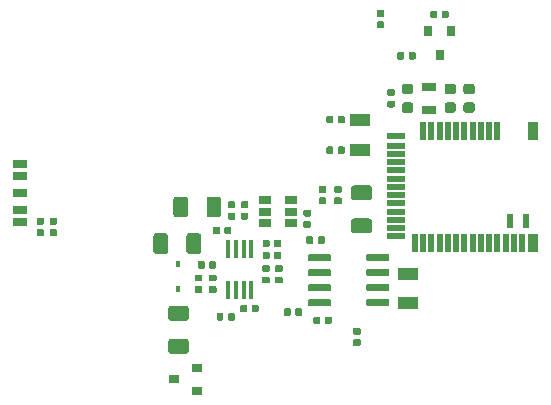
<source format=gtp>
G04 #@! TF.GenerationSoftware,KiCad,Pcbnew,5.1.4-e60b266~84~ubuntu18.04.1*
G04 #@! TF.CreationDate,2019-11-19T14:52:59+05:30*
G04 #@! TF.ProjectId,SensePi_rev5_main,53656e73-6550-4695-9f72-6576355f6d61,rev?*
G04 #@! TF.SameCoordinates,Original*
G04 #@! TF.FileFunction,Paste,Top*
G04 #@! TF.FilePolarity,Positive*
%FSLAX46Y46*%
G04 Gerber Fmt 4.6, Leading zero omitted, Abs format (unit mm)*
G04 Created by KiCad (PCBNEW 5.1.4-e60b266~84~ubuntu18.04.1) date 2019-11-19 14:52:59*
%MOMM*%
%LPD*%
G04 APERTURE LIST*
%ADD10C,0.100000*%
%ADD11C,0.590000*%
%ADD12C,1.250000*%
%ADD13R,1.200000X0.700000*%
%ADD14R,1.300000X0.700000*%
%ADD15R,0.900000X0.800000*%
%ADD16R,0.800000X0.900000*%
%ADD17R,0.500000X1.200000*%
%ADD18R,0.900000X1.600000*%
%ADD19R,0.500000X1.600000*%
%ADD20R,1.600000X0.500000*%
%ADD21R,1.060000X0.650000*%
%ADD22R,0.300000X1.600000*%
%ADD23C,0.600000*%
%ADD24R,1.800000X1.000000*%
%ADD25C,0.875000*%
%ADD26R,0.450000X0.600000*%
G04 APERTURE END LIST*
D10*
G36*
X25386958Y-30120710D02*
G01*
X25401276Y-30122834D01*
X25415317Y-30126351D01*
X25428946Y-30131228D01*
X25442031Y-30137417D01*
X25454447Y-30144858D01*
X25466073Y-30153481D01*
X25476798Y-30163202D01*
X25486519Y-30173927D01*
X25495142Y-30185553D01*
X25502583Y-30197969D01*
X25508772Y-30211054D01*
X25513649Y-30224683D01*
X25517166Y-30238724D01*
X25519290Y-30253042D01*
X25520000Y-30267500D01*
X25520000Y-30562500D01*
X25519290Y-30576958D01*
X25517166Y-30591276D01*
X25513649Y-30605317D01*
X25508772Y-30618946D01*
X25502583Y-30632031D01*
X25495142Y-30644447D01*
X25486519Y-30656073D01*
X25476798Y-30666798D01*
X25466073Y-30676519D01*
X25454447Y-30685142D01*
X25442031Y-30692583D01*
X25428946Y-30698772D01*
X25415317Y-30703649D01*
X25401276Y-30707166D01*
X25386958Y-30709290D01*
X25372500Y-30710000D01*
X25027500Y-30710000D01*
X25013042Y-30709290D01*
X24998724Y-30707166D01*
X24984683Y-30703649D01*
X24971054Y-30698772D01*
X24957969Y-30692583D01*
X24945553Y-30685142D01*
X24933927Y-30676519D01*
X24923202Y-30666798D01*
X24913481Y-30656073D01*
X24904858Y-30644447D01*
X24897417Y-30632031D01*
X24891228Y-30618946D01*
X24886351Y-30605317D01*
X24882834Y-30591276D01*
X24880710Y-30576958D01*
X24880000Y-30562500D01*
X24880000Y-30267500D01*
X24880710Y-30253042D01*
X24882834Y-30238724D01*
X24886351Y-30224683D01*
X24891228Y-30211054D01*
X24897417Y-30197969D01*
X24904858Y-30185553D01*
X24913481Y-30173927D01*
X24923202Y-30163202D01*
X24933927Y-30153481D01*
X24945553Y-30144858D01*
X24957969Y-30137417D01*
X24971054Y-30131228D01*
X24984683Y-30126351D01*
X24998724Y-30122834D01*
X25013042Y-30120710D01*
X25027500Y-30120000D01*
X25372500Y-30120000D01*
X25386958Y-30120710D01*
X25386958Y-30120710D01*
G37*
D11*
X25200000Y-30415000D03*
D10*
G36*
X25386958Y-31090710D02*
G01*
X25401276Y-31092834D01*
X25415317Y-31096351D01*
X25428946Y-31101228D01*
X25442031Y-31107417D01*
X25454447Y-31114858D01*
X25466073Y-31123481D01*
X25476798Y-31133202D01*
X25486519Y-31143927D01*
X25495142Y-31155553D01*
X25502583Y-31167969D01*
X25508772Y-31181054D01*
X25513649Y-31194683D01*
X25517166Y-31208724D01*
X25519290Y-31223042D01*
X25520000Y-31237500D01*
X25520000Y-31532500D01*
X25519290Y-31546958D01*
X25517166Y-31561276D01*
X25513649Y-31575317D01*
X25508772Y-31588946D01*
X25502583Y-31602031D01*
X25495142Y-31614447D01*
X25486519Y-31626073D01*
X25476798Y-31636798D01*
X25466073Y-31646519D01*
X25454447Y-31655142D01*
X25442031Y-31662583D01*
X25428946Y-31668772D01*
X25415317Y-31673649D01*
X25401276Y-31677166D01*
X25386958Y-31679290D01*
X25372500Y-31680000D01*
X25027500Y-31680000D01*
X25013042Y-31679290D01*
X24998724Y-31677166D01*
X24984683Y-31673649D01*
X24971054Y-31668772D01*
X24957969Y-31662583D01*
X24945553Y-31655142D01*
X24933927Y-31646519D01*
X24923202Y-31636798D01*
X24913481Y-31626073D01*
X24904858Y-31614447D01*
X24897417Y-31602031D01*
X24891228Y-31588946D01*
X24886351Y-31575317D01*
X24882834Y-31561276D01*
X24880710Y-31546958D01*
X24880000Y-31532500D01*
X24880000Y-31237500D01*
X24880710Y-31223042D01*
X24882834Y-31208724D01*
X24886351Y-31194683D01*
X24891228Y-31181054D01*
X24897417Y-31167969D01*
X24904858Y-31155553D01*
X24913481Y-31143927D01*
X24923202Y-31133202D01*
X24933927Y-31123481D01*
X24945553Y-31114858D01*
X24957969Y-31107417D01*
X24971054Y-31101228D01*
X24984683Y-31096351D01*
X24998724Y-31092834D01*
X25013042Y-31090710D01*
X25027500Y-31090000D01*
X25372500Y-31090000D01*
X25386958Y-31090710D01*
X25386958Y-31090710D01*
G37*
D11*
X25200000Y-31385000D03*
D10*
G36*
X53086958Y-13490710D02*
G01*
X53101276Y-13492834D01*
X53115317Y-13496351D01*
X53128946Y-13501228D01*
X53142031Y-13507417D01*
X53154447Y-13514858D01*
X53166073Y-13523481D01*
X53176798Y-13533202D01*
X53186519Y-13543927D01*
X53195142Y-13555553D01*
X53202583Y-13567969D01*
X53208772Y-13581054D01*
X53213649Y-13594683D01*
X53217166Y-13608724D01*
X53219290Y-13623042D01*
X53220000Y-13637500D01*
X53220000Y-13932500D01*
X53219290Y-13946958D01*
X53217166Y-13961276D01*
X53213649Y-13975317D01*
X53208772Y-13988946D01*
X53202583Y-14002031D01*
X53195142Y-14014447D01*
X53186519Y-14026073D01*
X53176798Y-14036798D01*
X53166073Y-14046519D01*
X53154447Y-14055142D01*
X53142031Y-14062583D01*
X53128946Y-14068772D01*
X53115317Y-14073649D01*
X53101276Y-14077166D01*
X53086958Y-14079290D01*
X53072500Y-14080000D01*
X52727500Y-14080000D01*
X52713042Y-14079290D01*
X52698724Y-14077166D01*
X52684683Y-14073649D01*
X52671054Y-14068772D01*
X52657969Y-14062583D01*
X52645553Y-14055142D01*
X52633927Y-14046519D01*
X52623202Y-14036798D01*
X52613481Y-14026073D01*
X52604858Y-14014447D01*
X52597417Y-14002031D01*
X52591228Y-13988946D01*
X52586351Y-13975317D01*
X52582834Y-13961276D01*
X52580710Y-13946958D01*
X52580000Y-13932500D01*
X52580000Y-13637500D01*
X52580710Y-13623042D01*
X52582834Y-13608724D01*
X52586351Y-13594683D01*
X52591228Y-13581054D01*
X52597417Y-13567969D01*
X52604858Y-13555553D01*
X52613481Y-13543927D01*
X52623202Y-13533202D01*
X52633927Y-13523481D01*
X52645553Y-13514858D01*
X52657969Y-13507417D01*
X52671054Y-13501228D01*
X52684683Y-13496351D01*
X52698724Y-13492834D01*
X52713042Y-13490710D01*
X52727500Y-13490000D01*
X53072500Y-13490000D01*
X53086958Y-13490710D01*
X53086958Y-13490710D01*
G37*
D11*
X52900000Y-13785000D03*
D10*
G36*
X53086958Y-12520710D02*
G01*
X53101276Y-12522834D01*
X53115317Y-12526351D01*
X53128946Y-12531228D01*
X53142031Y-12537417D01*
X53154447Y-12544858D01*
X53166073Y-12553481D01*
X53176798Y-12563202D01*
X53186519Y-12573927D01*
X53195142Y-12585553D01*
X53202583Y-12597969D01*
X53208772Y-12611054D01*
X53213649Y-12624683D01*
X53217166Y-12638724D01*
X53219290Y-12653042D01*
X53220000Y-12667500D01*
X53220000Y-12962500D01*
X53219290Y-12976958D01*
X53217166Y-12991276D01*
X53213649Y-13005317D01*
X53208772Y-13018946D01*
X53202583Y-13032031D01*
X53195142Y-13044447D01*
X53186519Y-13056073D01*
X53176798Y-13066798D01*
X53166073Y-13076519D01*
X53154447Y-13085142D01*
X53142031Y-13092583D01*
X53128946Y-13098772D01*
X53115317Y-13103649D01*
X53101276Y-13107166D01*
X53086958Y-13109290D01*
X53072500Y-13110000D01*
X52727500Y-13110000D01*
X52713042Y-13109290D01*
X52698724Y-13107166D01*
X52684683Y-13103649D01*
X52671054Y-13098772D01*
X52657969Y-13092583D01*
X52645553Y-13085142D01*
X52633927Y-13076519D01*
X52623202Y-13066798D01*
X52613481Y-13056073D01*
X52604858Y-13044447D01*
X52597417Y-13032031D01*
X52591228Y-13018946D01*
X52586351Y-13005317D01*
X52582834Y-12991276D01*
X52580710Y-12976958D01*
X52580000Y-12962500D01*
X52580000Y-12667500D01*
X52580710Y-12653042D01*
X52582834Y-12638724D01*
X52586351Y-12624683D01*
X52591228Y-12611054D01*
X52597417Y-12597969D01*
X52604858Y-12585553D01*
X52613481Y-12573927D01*
X52623202Y-12563202D01*
X52633927Y-12553481D01*
X52645553Y-12544858D01*
X52657969Y-12537417D01*
X52671054Y-12531228D01*
X52684683Y-12526351D01*
X52698724Y-12522834D01*
X52713042Y-12520710D01*
X52727500Y-12520000D01*
X53072500Y-12520000D01*
X53086958Y-12520710D01*
X53086958Y-12520710D01*
G37*
D11*
X52900000Y-12815000D03*
D10*
G36*
X24286958Y-30120710D02*
G01*
X24301276Y-30122834D01*
X24315317Y-30126351D01*
X24328946Y-30131228D01*
X24342031Y-30137417D01*
X24354447Y-30144858D01*
X24366073Y-30153481D01*
X24376798Y-30163202D01*
X24386519Y-30173927D01*
X24395142Y-30185553D01*
X24402583Y-30197969D01*
X24408772Y-30211054D01*
X24413649Y-30224683D01*
X24417166Y-30238724D01*
X24419290Y-30253042D01*
X24420000Y-30267500D01*
X24420000Y-30562500D01*
X24419290Y-30576958D01*
X24417166Y-30591276D01*
X24413649Y-30605317D01*
X24408772Y-30618946D01*
X24402583Y-30632031D01*
X24395142Y-30644447D01*
X24386519Y-30656073D01*
X24376798Y-30666798D01*
X24366073Y-30676519D01*
X24354447Y-30685142D01*
X24342031Y-30692583D01*
X24328946Y-30698772D01*
X24315317Y-30703649D01*
X24301276Y-30707166D01*
X24286958Y-30709290D01*
X24272500Y-30710000D01*
X23927500Y-30710000D01*
X23913042Y-30709290D01*
X23898724Y-30707166D01*
X23884683Y-30703649D01*
X23871054Y-30698772D01*
X23857969Y-30692583D01*
X23845553Y-30685142D01*
X23833927Y-30676519D01*
X23823202Y-30666798D01*
X23813481Y-30656073D01*
X23804858Y-30644447D01*
X23797417Y-30632031D01*
X23791228Y-30618946D01*
X23786351Y-30605317D01*
X23782834Y-30591276D01*
X23780710Y-30576958D01*
X23780000Y-30562500D01*
X23780000Y-30267500D01*
X23780710Y-30253042D01*
X23782834Y-30238724D01*
X23786351Y-30224683D01*
X23791228Y-30211054D01*
X23797417Y-30197969D01*
X23804858Y-30185553D01*
X23813481Y-30173927D01*
X23823202Y-30163202D01*
X23833927Y-30153481D01*
X23845553Y-30144858D01*
X23857969Y-30137417D01*
X23871054Y-30131228D01*
X23884683Y-30126351D01*
X23898724Y-30122834D01*
X23913042Y-30120710D01*
X23927500Y-30120000D01*
X24272500Y-30120000D01*
X24286958Y-30120710D01*
X24286958Y-30120710D01*
G37*
D11*
X24100000Y-30415000D03*
D10*
G36*
X24286958Y-31090710D02*
G01*
X24301276Y-31092834D01*
X24315317Y-31096351D01*
X24328946Y-31101228D01*
X24342031Y-31107417D01*
X24354447Y-31114858D01*
X24366073Y-31123481D01*
X24376798Y-31133202D01*
X24386519Y-31143927D01*
X24395142Y-31155553D01*
X24402583Y-31167969D01*
X24408772Y-31181054D01*
X24413649Y-31194683D01*
X24417166Y-31208724D01*
X24419290Y-31223042D01*
X24420000Y-31237500D01*
X24420000Y-31532500D01*
X24419290Y-31546958D01*
X24417166Y-31561276D01*
X24413649Y-31575317D01*
X24408772Y-31588946D01*
X24402583Y-31602031D01*
X24395142Y-31614447D01*
X24386519Y-31626073D01*
X24376798Y-31636798D01*
X24366073Y-31646519D01*
X24354447Y-31655142D01*
X24342031Y-31662583D01*
X24328946Y-31668772D01*
X24315317Y-31673649D01*
X24301276Y-31677166D01*
X24286958Y-31679290D01*
X24272500Y-31680000D01*
X23927500Y-31680000D01*
X23913042Y-31679290D01*
X23898724Y-31677166D01*
X23884683Y-31673649D01*
X23871054Y-31668772D01*
X23857969Y-31662583D01*
X23845553Y-31655142D01*
X23833927Y-31646519D01*
X23823202Y-31636798D01*
X23813481Y-31626073D01*
X23804858Y-31614447D01*
X23797417Y-31602031D01*
X23791228Y-31588946D01*
X23786351Y-31575317D01*
X23782834Y-31561276D01*
X23780710Y-31546958D01*
X23780000Y-31532500D01*
X23780000Y-31237500D01*
X23780710Y-31223042D01*
X23782834Y-31208724D01*
X23786351Y-31194683D01*
X23791228Y-31181054D01*
X23797417Y-31167969D01*
X23804858Y-31155553D01*
X23813481Y-31143927D01*
X23823202Y-31133202D01*
X23833927Y-31123481D01*
X23845553Y-31114858D01*
X23857969Y-31107417D01*
X23871054Y-31101228D01*
X23884683Y-31096351D01*
X23898724Y-31092834D01*
X23913042Y-31090710D01*
X23927500Y-31090000D01*
X24272500Y-31090000D01*
X24286958Y-31090710D01*
X24286958Y-31090710D01*
G37*
D11*
X24100000Y-31385000D03*
D10*
G36*
X41586958Y-28705710D02*
G01*
X41601276Y-28707834D01*
X41615317Y-28711351D01*
X41628946Y-28716228D01*
X41642031Y-28722417D01*
X41654447Y-28729858D01*
X41666073Y-28738481D01*
X41676798Y-28748202D01*
X41686519Y-28758927D01*
X41695142Y-28770553D01*
X41702583Y-28782969D01*
X41708772Y-28796054D01*
X41713649Y-28809683D01*
X41717166Y-28823724D01*
X41719290Y-28838042D01*
X41720000Y-28852500D01*
X41720000Y-29147500D01*
X41719290Y-29161958D01*
X41717166Y-29176276D01*
X41713649Y-29190317D01*
X41708772Y-29203946D01*
X41702583Y-29217031D01*
X41695142Y-29229447D01*
X41686519Y-29241073D01*
X41676798Y-29251798D01*
X41666073Y-29261519D01*
X41654447Y-29270142D01*
X41642031Y-29277583D01*
X41628946Y-29283772D01*
X41615317Y-29288649D01*
X41601276Y-29292166D01*
X41586958Y-29294290D01*
X41572500Y-29295000D01*
X41227500Y-29295000D01*
X41213042Y-29294290D01*
X41198724Y-29292166D01*
X41184683Y-29288649D01*
X41171054Y-29283772D01*
X41157969Y-29277583D01*
X41145553Y-29270142D01*
X41133927Y-29261519D01*
X41123202Y-29251798D01*
X41113481Y-29241073D01*
X41104858Y-29229447D01*
X41097417Y-29217031D01*
X41091228Y-29203946D01*
X41086351Y-29190317D01*
X41082834Y-29176276D01*
X41080710Y-29161958D01*
X41080000Y-29147500D01*
X41080000Y-28852500D01*
X41080710Y-28838042D01*
X41082834Y-28823724D01*
X41086351Y-28809683D01*
X41091228Y-28796054D01*
X41097417Y-28782969D01*
X41104858Y-28770553D01*
X41113481Y-28758927D01*
X41123202Y-28748202D01*
X41133927Y-28738481D01*
X41145553Y-28729858D01*
X41157969Y-28722417D01*
X41171054Y-28716228D01*
X41184683Y-28711351D01*
X41198724Y-28707834D01*
X41213042Y-28705710D01*
X41227500Y-28705000D01*
X41572500Y-28705000D01*
X41586958Y-28705710D01*
X41586958Y-28705710D01*
G37*
D11*
X41400000Y-29000000D03*
D10*
G36*
X41586958Y-29675710D02*
G01*
X41601276Y-29677834D01*
X41615317Y-29681351D01*
X41628946Y-29686228D01*
X41642031Y-29692417D01*
X41654447Y-29699858D01*
X41666073Y-29708481D01*
X41676798Y-29718202D01*
X41686519Y-29728927D01*
X41695142Y-29740553D01*
X41702583Y-29752969D01*
X41708772Y-29766054D01*
X41713649Y-29779683D01*
X41717166Y-29793724D01*
X41719290Y-29808042D01*
X41720000Y-29822500D01*
X41720000Y-30117500D01*
X41719290Y-30131958D01*
X41717166Y-30146276D01*
X41713649Y-30160317D01*
X41708772Y-30173946D01*
X41702583Y-30187031D01*
X41695142Y-30199447D01*
X41686519Y-30211073D01*
X41676798Y-30221798D01*
X41666073Y-30231519D01*
X41654447Y-30240142D01*
X41642031Y-30247583D01*
X41628946Y-30253772D01*
X41615317Y-30258649D01*
X41601276Y-30262166D01*
X41586958Y-30264290D01*
X41572500Y-30265000D01*
X41227500Y-30265000D01*
X41213042Y-30264290D01*
X41198724Y-30262166D01*
X41184683Y-30258649D01*
X41171054Y-30253772D01*
X41157969Y-30247583D01*
X41145553Y-30240142D01*
X41133927Y-30231519D01*
X41123202Y-30221798D01*
X41113481Y-30211073D01*
X41104858Y-30199447D01*
X41097417Y-30187031D01*
X41091228Y-30173946D01*
X41086351Y-30160317D01*
X41082834Y-30146276D01*
X41080710Y-30131958D01*
X41080000Y-30117500D01*
X41080000Y-29822500D01*
X41080710Y-29808042D01*
X41082834Y-29793724D01*
X41086351Y-29779683D01*
X41091228Y-29766054D01*
X41097417Y-29752969D01*
X41104858Y-29740553D01*
X41113481Y-29728927D01*
X41123202Y-29718202D01*
X41133927Y-29708481D01*
X41145553Y-29699858D01*
X41157969Y-29692417D01*
X41171054Y-29686228D01*
X41184683Y-29681351D01*
X41198724Y-29677834D01*
X41213042Y-29675710D01*
X41227500Y-29675000D01*
X41572500Y-29675000D01*
X41586958Y-29675710D01*
X41586958Y-29675710D01*
G37*
D11*
X41400000Y-29970000D03*
D10*
G36*
X36449504Y-37576204D02*
G01*
X36473773Y-37579804D01*
X36497571Y-37585765D01*
X36520671Y-37594030D01*
X36542849Y-37604520D01*
X36563893Y-37617133D01*
X36583598Y-37631747D01*
X36601777Y-37648223D01*
X36618253Y-37666402D01*
X36632867Y-37686107D01*
X36645480Y-37707151D01*
X36655970Y-37729329D01*
X36664235Y-37752429D01*
X36670196Y-37776227D01*
X36673796Y-37800496D01*
X36675000Y-37825000D01*
X36675000Y-38575000D01*
X36673796Y-38599504D01*
X36670196Y-38623773D01*
X36664235Y-38647571D01*
X36655970Y-38670671D01*
X36645480Y-38692849D01*
X36632867Y-38713893D01*
X36618253Y-38733598D01*
X36601777Y-38751777D01*
X36583598Y-38768253D01*
X36563893Y-38782867D01*
X36542849Y-38795480D01*
X36520671Y-38805970D01*
X36497571Y-38814235D01*
X36473773Y-38820196D01*
X36449504Y-38823796D01*
X36425000Y-38825000D01*
X35175000Y-38825000D01*
X35150496Y-38823796D01*
X35126227Y-38820196D01*
X35102429Y-38814235D01*
X35079329Y-38805970D01*
X35057151Y-38795480D01*
X35036107Y-38782867D01*
X35016402Y-38768253D01*
X34998223Y-38751777D01*
X34981747Y-38733598D01*
X34967133Y-38713893D01*
X34954520Y-38692849D01*
X34944030Y-38670671D01*
X34935765Y-38647571D01*
X34929804Y-38623773D01*
X34926204Y-38599504D01*
X34925000Y-38575000D01*
X34925000Y-37825000D01*
X34926204Y-37800496D01*
X34929804Y-37776227D01*
X34935765Y-37752429D01*
X34944030Y-37729329D01*
X34954520Y-37707151D01*
X34967133Y-37686107D01*
X34981747Y-37666402D01*
X34998223Y-37648223D01*
X35016402Y-37631747D01*
X35036107Y-37617133D01*
X35057151Y-37604520D01*
X35079329Y-37594030D01*
X35102429Y-37585765D01*
X35126227Y-37579804D01*
X35150496Y-37576204D01*
X35175000Y-37575000D01*
X36425000Y-37575000D01*
X36449504Y-37576204D01*
X36449504Y-37576204D01*
G37*
D12*
X35800000Y-38200000D03*
D10*
G36*
X36449504Y-40376204D02*
G01*
X36473773Y-40379804D01*
X36497571Y-40385765D01*
X36520671Y-40394030D01*
X36542849Y-40404520D01*
X36563893Y-40417133D01*
X36583598Y-40431747D01*
X36601777Y-40448223D01*
X36618253Y-40466402D01*
X36632867Y-40486107D01*
X36645480Y-40507151D01*
X36655970Y-40529329D01*
X36664235Y-40552429D01*
X36670196Y-40576227D01*
X36673796Y-40600496D01*
X36675000Y-40625000D01*
X36675000Y-41375000D01*
X36673796Y-41399504D01*
X36670196Y-41423773D01*
X36664235Y-41447571D01*
X36655970Y-41470671D01*
X36645480Y-41492849D01*
X36632867Y-41513893D01*
X36618253Y-41533598D01*
X36601777Y-41551777D01*
X36583598Y-41568253D01*
X36563893Y-41582867D01*
X36542849Y-41595480D01*
X36520671Y-41605970D01*
X36497571Y-41614235D01*
X36473773Y-41620196D01*
X36449504Y-41623796D01*
X36425000Y-41625000D01*
X35175000Y-41625000D01*
X35150496Y-41623796D01*
X35126227Y-41620196D01*
X35102429Y-41614235D01*
X35079329Y-41605970D01*
X35057151Y-41595480D01*
X35036107Y-41582867D01*
X35016402Y-41568253D01*
X34998223Y-41551777D01*
X34981747Y-41533598D01*
X34967133Y-41513893D01*
X34954520Y-41492849D01*
X34944030Y-41470671D01*
X34935765Y-41447571D01*
X34929804Y-41423773D01*
X34926204Y-41399504D01*
X34925000Y-41375000D01*
X34925000Y-40625000D01*
X34926204Y-40600496D01*
X34929804Y-40576227D01*
X34935765Y-40552429D01*
X34944030Y-40529329D01*
X34954520Y-40507151D01*
X34967133Y-40486107D01*
X34981747Y-40466402D01*
X34998223Y-40448223D01*
X35016402Y-40431747D01*
X35036107Y-40417133D01*
X35057151Y-40404520D01*
X35079329Y-40394030D01*
X35102429Y-40385765D01*
X35126227Y-40379804D01*
X35150496Y-40376204D01*
X35175000Y-40375000D01*
X36425000Y-40375000D01*
X36449504Y-40376204D01*
X36449504Y-40376204D01*
G37*
D12*
X35800000Y-41000000D03*
D10*
G36*
X48776958Y-21480710D02*
G01*
X48791276Y-21482834D01*
X48805317Y-21486351D01*
X48818946Y-21491228D01*
X48832031Y-21497417D01*
X48844447Y-21504858D01*
X48856073Y-21513481D01*
X48866798Y-21523202D01*
X48876519Y-21533927D01*
X48885142Y-21545553D01*
X48892583Y-21557969D01*
X48898772Y-21571054D01*
X48903649Y-21584683D01*
X48907166Y-21598724D01*
X48909290Y-21613042D01*
X48910000Y-21627500D01*
X48910000Y-21972500D01*
X48909290Y-21986958D01*
X48907166Y-22001276D01*
X48903649Y-22015317D01*
X48898772Y-22028946D01*
X48892583Y-22042031D01*
X48885142Y-22054447D01*
X48876519Y-22066073D01*
X48866798Y-22076798D01*
X48856073Y-22086519D01*
X48844447Y-22095142D01*
X48832031Y-22102583D01*
X48818946Y-22108772D01*
X48805317Y-22113649D01*
X48791276Y-22117166D01*
X48776958Y-22119290D01*
X48762500Y-22120000D01*
X48467500Y-22120000D01*
X48453042Y-22119290D01*
X48438724Y-22117166D01*
X48424683Y-22113649D01*
X48411054Y-22108772D01*
X48397969Y-22102583D01*
X48385553Y-22095142D01*
X48373927Y-22086519D01*
X48363202Y-22076798D01*
X48353481Y-22066073D01*
X48344858Y-22054447D01*
X48337417Y-22042031D01*
X48331228Y-22028946D01*
X48326351Y-22015317D01*
X48322834Y-22001276D01*
X48320710Y-21986958D01*
X48320000Y-21972500D01*
X48320000Y-21627500D01*
X48320710Y-21613042D01*
X48322834Y-21598724D01*
X48326351Y-21584683D01*
X48331228Y-21571054D01*
X48337417Y-21557969D01*
X48344858Y-21545553D01*
X48353481Y-21533927D01*
X48363202Y-21523202D01*
X48373927Y-21513481D01*
X48385553Y-21504858D01*
X48397969Y-21497417D01*
X48411054Y-21491228D01*
X48424683Y-21486351D01*
X48438724Y-21482834D01*
X48453042Y-21480710D01*
X48467500Y-21480000D01*
X48762500Y-21480000D01*
X48776958Y-21480710D01*
X48776958Y-21480710D01*
G37*
D11*
X48615000Y-21800000D03*
D10*
G36*
X49746958Y-21480710D02*
G01*
X49761276Y-21482834D01*
X49775317Y-21486351D01*
X49788946Y-21491228D01*
X49802031Y-21497417D01*
X49814447Y-21504858D01*
X49826073Y-21513481D01*
X49836798Y-21523202D01*
X49846519Y-21533927D01*
X49855142Y-21545553D01*
X49862583Y-21557969D01*
X49868772Y-21571054D01*
X49873649Y-21584683D01*
X49877166Y-21598724D01*
X49879290Y-21613042D01*
X49880000Y-21627500D01*
X49880000Y-21972500D01*
X49879290Y-21986958D01*
X49877166Y-22001276D01*
X49873649Y-22015317D01*
X49868772Y-22028946D01*
X49862583Y-22042031D01*
X49855142Y-22054447D01*
X49846519Y-22066073D01*
X49836798Y-22076798D01*
X49826073Y-22086519D01*
X49814447Y-22095142D01*
X49802031Y-22102583D01*
X49788946Y-22108772D01*
X49775317Y-22113649D01*
X49761276Y-22117166D01*
X49746958Y-22119290D01*
X49732500Y-22120000D01*
X49437500Y-22120000D01*
X49423042Y-22119290D01*
X49408724Y-22117166D01*
X49394683Y-22113649D01*
X49381054Y-22108772D01*
X49367969Y-22102583D01*
X49355553Y-22095142D01*
X49343927Y-22086519D01*
X49333202Y-22076798D01*
X49323481Y-22066073D01*
X49314858Y-22054447D01*
X49307417Y-22042031D01*
X49301228Y-22028946D01*
X49296351Y-22015317D01*
X49292834Y-22001276D01*
X49290710Y-21986958D01*
X49290000Y-21972500D01*
X49290000Y-21627500D01*
X49290710Y-21613042D01*
X49292834Y-21598724D01*
X49296351Y-21584683D01*
X49301228Y-21571054D01*
X49307417Y-21557969D01*
X49314858Y-21545553D01*
X49323481Y-21533927D01*
X49333202Y-21523202D01*
X49343927Y-21513481D01*
X49355553Y-21504858D01*
X49367969Y-21497417D01*
X49381054Y-21491228D01*
X49394683Y-21486351D01*
X49408724Y-21482834D01*
X49423042Y-21480710D01*
X49437500Y-21480000D01*
X49732500Y-21480000D01*
X49746958Y-21480710D01*
X49746958Y-21480710D01*
G37*
D11*
X49585000Y-21800000D03*
D10*
G36*
X53986958Y-20190710D02*
G01*
X54001276Y-20192834D01*
X54015317Y-20196351D01*
X54028946Y-20201228D01*
X54042031Y-20207417D01*
X54054447Y-20214858D01*
X54066073Y-20223481D01*
X54076798Y-20233202D01*
X54086519Y-20243927D01*
X54095142Y-20255553D01*
X54102583Y-20267969D01*
X54108772Y-20281054D01*
X54113649Y-20294683D01*
X54117166Y-20308724D01*
X54119290Y-20323042D01*
X54120000Y-20337500D01*
X54120000Y-20632500D01*
X54119290Y-20646958D01*
X54117166Y-20661276D01*
X54113649Y-20675317D01*
X54108772Y-20688946D01*
X54102583Y-20702031D01*
X54095142Y-20714447D01*
X54086519Y-20726073D01*
X54076798Y-20736798D01*
X54066073Y-20746519D01*
X54054447Y-20755142D01*
X54042031Y-20762583D01*
X54028946Y-20768772D01*
X54015317Y-20773649D01*
X54001276Y-20777166D01*
X53986958Y-20779290D01*
X53972500Y-20780000D01*
X53627500Y-20780000D01*
X53613042Y-20779290D01*
X53598724Y-20777166D01*
X53584683Y-20773649D01*
X53571054Y-20768772D01*
X53557969Y-20762583D01*
X53545553Y-20755142D01*
X53533927Y-20746519D01*
X53523202Y-20736798D01*
X53513481Y-20726073D01*
X53504858Y-20714447D01*
X53497417Y-20702031D01*
X53491228Y-20688946D01*
X53486351Y-20675317D01*
X53482834Y-20661276D01*
X53480710Y-20646958D01*
X53480000Y-20632500D01*
X53480000Y-20337500D01*
X53480710Y-20323042D01*
X53482834Y-20308724D01*
X53486351Y-20294683D01*
X53491228Y-20281054D01*
X53497417Y-20267969D01*
X53504858Y-20255553D01*
X53513481Y-20243927D01*
X53523202Y-20233202D01*
X53533927Y-20223481D01*
X53545553Y-20214858D01*
X53557969Y-20207417D01*
X53571054Y-20201228D01*
X53584683Y-20196351D01*
X53598724Y-20192834D01*
X53613042Y-20190710D01*
X53627500Y-20190000D01*
X53972500Y-20190000D01*
X53986958Y-20190710D01*
X53986958Y-20190710D01*
G37*
D11*
X53800000Y-20485000D03*
D10*
G36*
X53986958Y-19220710D02*
G01*
X54001276Y-19222834D01*
X54015317Y-19226351D01*
X54028946Y-19231228D01*
X54042031Y-19237417D01*
X54054447Y-19244858D01*
X54066073Y-19253481D01*
X54076798Y-19263202D01*
X54086519Y-19273927D01*
X54095142Y-19285553D01*
X54102583Y-19297969D01*
X54108772Y-19311054D01*
X54113649Y-19324683D01*
X54117166Y-19338724D01*
X54119290Y-19353042D01*
X54120000Y-19367500D01*
X54120000Y-19662500D01*
X54119290Y-19676958D01*
X54117166Y-19691276D01*
X54113649Y-19705317D01*
X54108772Y-19718946D01*
X54102583Y-19732031D01*
X54095142Y-19744447D01*
X54086519Y-19756073D01*
X54076798Y-19766798D01*
X54066073Y-19776519D01*
X54054447Y-19785142D01*
X54042031Y-19792583D01*
X54028946Y-19798772D01*
X54015317Y-19803649D01*
X54001276Y-19807166D01*
X53986958Y-19809290D01*
X53972500Y-19810000D01*
X53627500Y-19810000D01*
X53613042Y-19809290D01*
X53598724Y-19807166D01*
X53584683Y-19803649D01*
X53571054Y-19798772D01*
X53557969Y-19792583D01*
X53545553Y-19785142D01*
X53533927Y-19776519D01*
X53523202Y-19766798D01*
X53513481Y-19756073D01*
X53504858Y-19744447D01*
X53497417Y-19732031D01*
X53491228Y-19718946D01*
X53486351Y-19705317D01*
X53482834Y-19691276D01*
X53480710Y-19676958D01*
X53480000Y-19662500D01*
X53480000Y-19367500D01*
X53480710Y-19353042D01*
X53482834Y-19338724D01*
X53486351Y-19324683D01*
X53491228Y-19311054D01*
X53497417Y-19297969D01*
X53504858Y-19285553D01*
X53513481Y-19273927D01*
X53523202Y-19263202D01*
X53533927Y-19253481D01*
X53545553Y-19244858D01*
X53557969Y-19237417D01*
X53571054Y-19231228D01*
X53584683Y-19226351D01*
X53598724Y-19222834D01*
X53613042Y-19220710D01*
X53627500Y-19220000D01*
X53972500Y-19220000D01*
X53986958Y-19220710D01*
X53986958Y-19220710D01*
G37*
D11*
X53800000Y-19515000D03*
D10*
G36*
X49746958Y-24080710D02*
G01*
X49761276Y-24082834D01*
X49775317Y-24086351D01*
X49788946Y-24091228D01*
X49802031Y-24097417D01*
X49814447Y-24104858D01*
X49826073Y-24113481D01*
X49836798Y-24123202D01*
X49846519Y-24133927D01*
X49855142Y-24145553D01*
X49862583Y-24157969D01*
X49868772Y-24171054D01*
X49873649Y-24184683D01*
X49877166Y-24198724D01*
X49879290Y-24213042D01*
X49880000Y-24227500D01*
X49880000Y-24572500D01*
X49879290Y-24586958D01*
X49877166Y-24601276D01*
X49873649Y-24615317D01*
X49868772Y-24628946D01*
X49862583Y-24642031D01*
X49855142Y-24654447D01*
X49846519Y-24666073D01*
X49836798Y-24676798D01*
X49826073Y-24686519D01*
X49814447Y-24695142D01*
X49802031Y-24702583D01*
X49788946Y-24708772D01*
X49775317Y-24713649D01*
X49761276Y-24717166D01*
X49746958Y-24719290D01*
X49732500Y-24720000D01*
X49437500Y-24720000D01*
X49423042Y-24719290D01*
X49408724Y-24717166D01*
X49394683Y-24713649D01*
X49381054Y-24708772D01*
X49367969Y-24702583D01*
X49355553Y-24695142D01*
X49343927Y-24686519D01*
X49333202Y-24676798D01*
X49323481Y-24666073D01*
X49314858Y-24654447D01*
X49307417Y-24642031D01*
X49301228Y-24628946D01*
X49296351Y-24615317D01*
X49292834Y-24601276D01*
X49290710Y-24586958D01*
X49290000Y-24572500D01*
X49290000Y-24227500D01*
X49290710Y-24213042D01*
X49292834Y-24198724D01*
X49296351Y-24184683D01*
X49301228Y-24171054D01*
X49307417Y-24157969D01*
X49314858Y-24145553D01*
X49323481Y-24133927D01*
X49333202Y-24123202D01*
X49343927Y-24113481D01*
X49355553Y-24104858D01*
X49367969Y-24097417D01*
X49381054Y-24091228D01*
X49394683Y-24086351D01*
X49408724Y-24082834D01*
X49423042Y-24080710D01*
X49437500Y-24080000D01*
X49732500Y-24080000D01*
X49746958Y-24080710D01*
X49746958Y-24080710D01*
G37*
D11*
X49585000Y-24400000D03*
D10*
G36*
X48776958Y-24080710D02*
G01*
X48791276Y-24082834D01*
X48805317Y-24086351D01*
X48818946Y-24091228D01*
X48832031Y-24097417D01*
X48844447Y-24104858D01*
X48856073Y-24113481D01*
X48866798Y-24123202D01*
X48876519Y-24133927D01*
X48885142Y-24145553D01*
X48892583Y-24157969D01*
X48898772Y-24171054D01*
X48903649Y-24184683D01*
X48907166Y-24198724D01*
X48909290Y-24213042D01*
X48910000Y-24227500D01*
X48910000Y-24572500D01*
X48909290Y-24586958D01*
X48907166Y-24601276D01*
X48903649Y-24615317D01*
X48898772Y-24628946D01*
X48892583Y-24642031D01*
X48885142Y-24654447D01*
X48876519Y-24666073D01*
X48866798Y-24676798D01*
X48856073Y-24686519D01*
X48844447Y-24695142D01*
X48832031Y-24702583D01*
X48818946Y-24708772D01*
X48805317Y-24713649D01*
X48791276Y-24717166D01*
X48776958Y-24719290D01*
X48762500Y-24720000D01*
X48467500Y-24720000D01*
X48453042Y-24719290D01*
X48438724Y-24717166D01*
X48424683Y-24713649D01*
X48411054Y-24708772D01*
X48397969Y-24702583D01*
X48385553Y-24695142D01*
X48373927Y-24686519D01*
X48363202Y-24676798D01*
X48353481Y-24666073D01*
X48344858Y-24654447D01*
X48337417Y-24642031D01*
X48331228Y-24628946D01*
X48326351Y-24615317D01*
X48322834Y-24601276D01*
X48320710Y-24586958D01*
X48320000Y-24572500D01*
X48320000Y-24227500D01*
X48320710Y-24213042D01*
X48322834Y-24198724D01*
X48326351Y-24184683D01*
X48331228Y-24171054D01*
X48337417Y-24157969D01*
X48344858Y-24145553D01*
X48353481Y-24133927D01*
X48363202Y-24123202D01*
X48373927Y-24113481D01*
X48385553Y-24104858D01*
X48397969Y-24097417D01*
X48411054Y-24091228D01*
X48424683Y-24086351D01*
X48438724Y-24082834D01*
X48453042Y-24080710D01*
X48467500Y-24080000D01*
X48762500Y-24080000D01*
X48776958Y-24080710D01*
X48776958Y-24080710D01*
G37*
D11*
X48615000Y-24400000D03*
D10*
G36*
X46886958Y-30390710D02*
G01*
X46901276Y-30392834D01*
X46915317Y-30396351D01*
X46928946Y-30401228D01*
X46942031Y-30407417D01*
X46954447Y-30414858D01*
X46966073Y-30423481D01*
X46976798Y-30433202D01*
X46986519Y-30443927D01*
X46995142Y-30455553D01*
X47002583Y-30467969D01*
X47008772Y-30481054D01*
X47013649Y-30494683D01*
X47017166Y-30508724D01*
X47019290Y-30523042D01*
X47020000Y-30537500D01*
X47020000Y-30832500D01*
X47019290Y-30846958D01*
X47017166Y-30861276D01*
X47013649Y-30875317D01*
X47008772Y-30888946D01*
X47002583Y-30902031D01*
X46995142Y-30914447D01*
X46986519Y-30926073D01*
X46976798Y-30936798D01*
X46966073Y-30946519D01*
X46954447Y-30955142D01*
X46942031Y-30962583D01*
X46928946Y-30968772D01*
X46915317Y-30973649D01*
X46901276Y-30977166D01*
X46886958Y-30979290D01*
X46872500Y-30980000D01*
X46527500Y-30980000D01*
X46513042Y-30979290D01*
X46498724Y-30977166D01*
X46484683Y-30973649D01*
X46471054Y-30968772D01*
X46457969Y-30962583D01*
X46445553Y-30955142D01*
X46433927Y-30946519D01*
X46423202Y-30936798D01*
X46413481Y-30926073D01*
X46404858Y-30914447D01*
X46397417Y-30902031D01*
X46391228Y-30888946D01*
X46386351Y-30875317D01*
X46382834Y-30861276D01*
X46380710Y-30846958D01*
X46380000Y-30832500D01*
X46380000Y-30537500D01*
X46380710Y-30523042D01*
X46382834Y-30508724D01*
X46386351Y-30494683D01*
X46391228Y-30481054D01*
X46397417Y-30467969D01*
X46404858Y-30455553D01*
X46413481Y-30443927D01*
X46423202Y-30433202D01*
X46433927Y-30423481D01*
X46445553Y-30414858D01*
X46457969Y-30407417D01*
X46471054Y-30401228D01*
X46484683Y-30396351D01*
X46498724Y-30392834D01*
X46513042Y-30390710D01*
X46527500Y-30390000D01*
X46872500Y-30390000D01*
X46886958Y-30390710D01*
X46886958Y-30390710D01*
G37*
D11*
X46700000Y-30685000D03*
D10*
G36*
X46886958Y-29420710D02*
G01*
X46901276Y-29422834D01*
X46915317Y-29426351D01*
X46928946Y-29431228D01*
X46942031Y-29437417D01*
X46954447Y-29444858D01*
X46966073Y-29453481D01*
X46976798Y-29463202D01*
X46986519Y-29473927D01*
X46995142Y-29485553D01*
X47002583Y-29497969D01*
X47008772Y-29511054D01*
X47013649Y-29524683D01*
X47017166Y-29538724D01*
X47019290Y-29553042D01*
X47020000Y-29567500D01*
X47020000Y-29862500D01*
X47019290Y-29876958D01*
X47017166Y-29891276D01*
X47013649Y-29905317D01*
X47008772Y-29918946D01*
X47002583Y-29932031D01*
X46995142Y-29944447D01*
X46986519Y-29956073D01*
X46976798Y-29966798D01*
X46966073Y-29976519D01*
X46954447Y-29985142D01*
X46942031Y-29992583D01*
X46928946Y-29998772D01*
X46915317Y-30003649D01*
X46901276Y-30007166D01*
X46886958Y-30009290D01*
X46872500Y-30010000D01*
X46527500Y-30010000D01*
X46513042Y-30009290D01*
X46498724Y-30007166D01*
X46484683Y-30003649D01*
X46471054Y-29998772D01*
X46457969Y-29992583D01*
X46445553Y-29985142D01*
X46433927Y-29976519D01*
X46423202Y-29966798D01*
X46413481Y-29956073D01*
X46404858Y-29944447D01*
X46397417Y-29932031D01*
X46391228Y-29918946D01*
X46386351Y-29905317D01*
X46382834Y-29891276D01*
X46380710Y-29876958D01*
X46380000Y-29862500D01*
X46380000Y-29567500D01*
X46380710Y-29553042D01*
X46382834Y-29538724D01*
X46386351Y-29524683D01*
X46391228Y-29511054D01*
X46397417Y-29497969D01*
X46404858Y-29485553D01*
X46413481Y-29473927D01*
X46423202Y-29463202D01*
X46433927Y-29453481D01*
X46445553Y-29444858D01*
X46457969Y-29437417D01*
X46471054Y-29431228D01*
X46484683Y-29426351D01*
X46498724Y-29422834D01*
X46513042Y-29420710D01*
X46527500Y-29420000D01*
X46872500Y-29420000D01*
X46886958Y-29420710D01*
X46886958Y-29420710D01*
G37*
D11*
X46700000Y-29715000D03*
D10*
G36*
X39199504Y-28326204D02*
G01*
X39223773Y-28329804D01*
X39247571Y-28335765D01*
X39270671Y-28344030D01*
X39292849Y-28354520D01*
X39313893Y-28367133D01*
X39333598Y-28381747D01*
X39351777Y-28398223D01*
X39368253Y-28416402D01*
X39382867Y-28436107D01*
X39395480Y-28457151D01*
X39405970Y-28479329D01*
X39414235Y-28502429D01*
X39420196Y-28526227D01*
X39423796Y-28550496D01*
X39425000Y-28575000D01*
X39425000Y-29825000D01*
X39423796Y-29849504D01*
X39420196Y-29873773D01*
X39414235Y-29897571D01*
X39405970Y-29920671D01*
X39395480Y-29942849D01*
X39382867Y-29963893D01*
X39368253Y-29983598D01*
X39351777Y-30001777D01*
X39333598Y-30018253D01*
X39313893Y-30032867D01*
X39292849Y-30045480D01*
X39270671Y-30055970D01*
X39247571Y-30064235D01*
X39223773Y-30070196D01*
X39199504Y-30073796D01*
X39175000Y-30075000D01*
X38425000Y-30075000D01*
X38400496Y-30073796D01*
X38376227Y-30070196D01*
X38352429Y-30064235D01*
X38329329Y-30055970D01*
X38307151Y-30045480D01*
X38286107Y-30032867D01*
X38266402Y-30018253D01*
X38248223Y-30001777D01*
X38231747Y-29983598D01*
X38217133Y-29963893D01*
X38204520Y-29942849D01*
X38194030Y-29920671D01*
X38185765Y-29897571D01*
X38179804Y-29873773D01*
X38176204Y-29849504D01*
X38175000Y-29825000D01*
X38175000Y-28575000D01*
X38176204Y-28550496D01*
X38179804Y-28526227D01*
X38185765Y-28502429D01*
X38194030Y-28479329D01*
X38204520Y-28457151D01*
X38217133Y-28436107D01*
X38231747Y-28416402D01*
X38248223Y-28398223D01*
X38266402Y-28381747D01*
X38286107Y-28367133D01*
X38307151Y-28354520D01*
X38329329Y-28344030D01*
X38352429Y-28335765D01*
X38376227Y-28329804D01*
X38400496Y-28326204D01*
X38425000Y-28325000D01*
X39175000Y-28325000D01*
X39199504Y-28326204D01*
X39199504Y-28326204D01*
G37*
D12*
X38800000Y-29200000D03*
D10*
G36*
X36399504Y-28326204D02*
G01*
X36423773Y-28329804D01*
X36447571Y-28335765D01*
X36470671Y-28344030D01*
X36492849Y-28354520D01*
X36513893Y-28367133D01*
X36533598Y-28381747D01*
X36551777Y-28398223D01*
X36568253Y-28416402D01*
X36582867Y-28436107D01*
X36595480Y-28457151D01*
X36605970Y-28479329D01*
X36614235Y-28502429D01*
X36620196Y-28526227D01*
X36623796Y-28550496D01*
X36625000Y-28575000D01*
X36625000Y-29825000D01*
X36623796Y-29849504D01*
X36620196Y-29873773D01*
X36614235Y-29897571D01*
X36605970Y-29920671D01*
X36595480Y-29942849D01*
X36582867Y-29963893D01*
X36568253Y-29983598D01*
X36551777Y-30001777D01*
X36533598Y-30018253D01*
X36513893Y-30032867D01*
X36492849Y-30045480D01*
X36470671Y-30055970D01*
X36447571Y-30064235D01*
X36423773Y-30070196D01*
X36399504Y-30073796D01*
X36375000Y-30075000D01*
X35625000Y-30075000D01*
X35600496Y-30073796D01*
X35576227Y-30070196D01*
X35552429Y-30064235D01*
X35529329Y-30055970D01*
X35507151Y-30045480D01*
X35486107Y-30032867D01*
X35466402Y-30018253D01*
X35448223Y-30001777D01*
X35431747Y-29983598D01*
X35417133Y-29963893D01*
X35404520Y-29942849D01*
X35394030Y-29920671D01*
X35385765Y-29897571D01*
X35379804Y-29873773D01*
X35376204Y-29849504D01*
X35375000Y-29825000D01*
X35375000Y-28575000D01*
X35376204Y-28550496D01*
X35379804Y-28526227D01*
X35385765Y-28502429D01*
X35394030Y-28479329D01*
X35404520Y-28457151D01*
X35417133Y-28436107D01*
X35431747Y-28416402D01*
X35448223Y-28398223D01*
X35466402Y-28381747D01*
X35486107Y-28367133D01*
X35507151Y-28354520D01*
X35529329Y-28344030D01*
X35552429Y-28335765D01*
X35576227Y-28329804D01*
X35600496Y-28326204D01*
X35625000Y-28325000D01*
X36375000Y-28325000D01*
X36399504Y-28326204D01*
X36399504Y-28326204D01*
G37*
D12*
X36000000Y-29200000D03*
D10*
G36*
X34699504Y-31426204D02*
G01*
X34723773Y-31429804D01*
X34747571Y-31435765D01*
X34770671Y-31444030D01*
X34792849Y-31454520D01*
X34813893Y-31467133D01*
X34833598Y-31481747D01*
X34851777Y-31498223D01*
X34868253Y-31516402D01*
X34882867Y-31536107D01*
X34895480Y-31557151D01*
X34905970Y-31579329D01*
X34914235Y-31602429D01*
X34920196Y-31626227D01*
X34923796Y-31650496D01*
X34925000Y-31675000D01*
X34925000Y-32925000D01*
X34923796Y-32949504D01*
X34920196Y-32973773D01*
X34914235Y-32997571D01*
X34905970Y-33020671D01*
X34895480Y-33042849D01*
X34882867Y-33063893D01*
X34868253Y-33083598D01*
X34851777Y-33101777D01*
X34833598Y-33118253D01*
X34813893Y-33132867D01*
X34792849Y-33145480D01*
X34770671Y-33155970D01*
X34747571Y-33164235D01*
X34723773Y-33170196D01*
X34699504Y-33173796D01*
X34675000Y-33175000D01*
X33925000Y-33175000D01*
X33900496Y-33173796D01*
X33876227Y-33170196D01*
X33852429Y-33164235D01*
X33829329Y-33155970D01*
X33807151Y-33145480D01*
X33786107Y-33132867D01*
X33766402Y-33118253D01*
X33748223Y-33101777D01*
X33731747Y-33083598D01*
X33717133Y-33063893D01*
X33704520Y-33042849D01*
X33694030Y-33020671D01*
X33685765Y-32997571D01*
X33679804Y-32973773D01*
X33676204Y-32949504D01*
X33675000Y-32925000D01*
X33675000Y-31675000D01*
X33676204Y-31650496D01*
X33679804Y-31626227D01*
X33685765Y-31602429D01*
X33694030Y-31579329D01*
X33704520Y-31557151D01*
X33717133Y-31536107D01*
X33731747Y-31516402D01*
X33748223Y-31498223D01*
X33766402Y-31481747D01*
X33786107Y-31467133D01*
X33807151Y-31454520D01*
X33829329Y-31444030D01*
X33852429Y-31435765D01*
X33876227Y-31429804D01*
X33900496Y-31426204D01*
X33925000Y-31425000D01*
X34675000Y-31425000D01*
X34699504Y-31426204D01*
X34699504Y-31426204D01*
G37*
D12*
X34300000Y-32300000D03*
D10*
G36*
X37499504Y-31426204D02*
G01*
X37523773Y-31429804D01*
X37547571Y-31435765D01*
X37570671Y-31444030D01*
X37592849Y-31454520D01*
X37613893Y-31467133D01*
X37633598Y-31481747D01*
X37651777Y-31498223D01*
X37668253Y-31516402D01*
X37682867Y-31536107D01*
X37695480Y-31557151D01*
X37705970Y-31579329D01*
X37714235Y-31602429D01*
X37720196Y-31626227D01*
X37723796Y-31650496D01*
X37725000Y-31675000D01*
X37725000Y-32925000D01*
X37723796Y-32949504D01*
X37720196Y-32973773D01*
X37714235Y-32997571D01*
X37705970Y-33020671D01*
X37695480Y-33042849D01*
X37682867Y-33063893D01*
X37668253Y-33083598D01*
X37651777Y-33101777D01*
X37633598Y-33118253D01*
X37613893Y-33132867D01*
X37592849Y-33145480D01*
X37570671Y-33155970D01*
X37547571Y-33164235D01*
X37523773Y-33170196D01*
X37499504Y-33173796D01*
X37475000Y-33175000D01*
X36725000Y-33175000D01*
X36700496Y-33173796D01*
X36676227Y-33170196D01*
X36652429Y-33164235D01*
X36629329Y-33155970D01*
X36607151Y-33145480D01*
X36586107Y-33132867D01*
X36566402Y-33118253D01*
X36548223Y-33101777D01*
X36531747Y-33083598D01*
X36517133Y-33063893D01*
X36504520Y-33042849D01*
X36494030Y-33020671D01*
X36485765Y-32997571D01*
X36479804Y-32973773D01*
X36476204Y-32949504D01*
X36475000Y-32925000D01*
X36475000Y-31675000D01*
X36476204Y-31650496D01*
X36479804Y-31626227D01*
X36485765Y-31602429D01*
X36494030Y-31579329D01*
X36504520Y-31557151D01*
X36517133Y-31536107D01*
X36531747Y-31516402D01*
X36548223Y-31498223D01*
X36566402Y-31481747D01*
X36586107Y-31467133D01*
X36607151Y-31454520D01*
X36629329Y-31444030D01*
X36652429Y-31435765D01*
X36676227Y-31429804D01*
X36700496Y-31426204D01*
X36725000Y-31425000D01*
X37475000Y-31425000D01*
X37499504Y-31426204D01*
X37499504Y-31426204D01*
G37*
D12*
X37100000Y-32300000D03*
D10*
G36*
X37686958Y-35890710D02*
G01*
X37701276Y-35892834D01*
X37715317Y-35896351D01*
X37728946Y-35901228D01*
X37742031Y-35907417D01*
X37754447Y-35914858D01*
X37766073Y-35923481D01*
X37776798Y-35933202D01*
X37786519Y-35943927D01*
X37795142Y-35955553D01*
X37802583Y-35967969D01*
X37808772Y-35981054D01*
X37813649Y-35994683D01*
X37817166Y-36008724D01*
X37819290Y-36023042D01*
X37820000Y-36037500D01*
X37820000Y-36332500D01*
X37819290Y-36346958D01*
X37817166Y-36361276D01*
X37813649Y-36375317D01*
X37808772Y-36388946D01*
X37802583Y-36402031D01*
X37795142Y-36414447D01*
X37786519Y-36426073D01*
X37776798Y-36436798D01*
X37766073Y-36446519D01*
X37754447Y-36455142D01*
X37742031Y-36462583D01*
X37728946Y-36468772D01*
X37715317Y-36473649D01*
X37701276Y-36477166D01*
X37686958Y-36479290D01*
X37672500Y-36480000D01*
X37327500Y-36480000D01*
X37313042Y-36479290D01*
X37298724Y-36477166D01*
X37284683Y-36473649D01*
X37271054Y-36468772D01*
X37257969Y-36462583D01*
X37245553Y-36455142D01*
X37233927Y-36446519D01*
X37223202Y-36436798D01*
X37213481Y-36426073D01*
X37204858Y-36414447D01*
X37197417Y-36402031D01*
X37191228Y-36388946D01*
X37186351Y-36375317D01*
X37182834Y-36361276D01*
X37180710Y-36346958D01*
X37180000Y-36332500D01*
X37180000Y-36037500D01*
X37180710Y-36023042D01*
X37182834Y-36008724D01*
X37186351Y-35994683D01*
X37191228Y-35981054D01*
X37197417Y-35967969D01*
X37204858Y-35955553D01*
X37213481Y-35943927D01*
X37223202Y-35933202D01*
X37233927Y-35923481D01*
X37245553Y-35914858D01*
X37257969Y-35907417D01*
X37271054Y-35901228D01*
X37284683Y-35896351D01*
X37298724Y-35892834D01*
X37313042Y-35890710D01*
X37327500Y-35890000D01*
X37672500Y-35890000D01*
X37686958Y-35890710D01*
X37686958Y-35890710D01*
G37*
D11*
X37500000Y-36185000D03*
D10*
G36*
X37686958Y-34920710D02*
G01*
X37701276Y-34922834D01*
X37715317Y-34926351D01*
X37728946Y-34931228D01*
X37742031Y-34937417D01*
X37754447Y-34944858D01*
X37766073Y-34953481D01*
X37776798Y-34963202D01*
X37786519Y-34973927D01*
X37795142Y-34985553D01*
X37802583Y-34997969D01*
X37808772Y-35011054D01*
X37813649Y-35024683D01*
X37817166Y-35038724D01*
X37819290Y-35053042D01*
X37820000Y-35067500D01*
X37820000Y-35362500D01*
X37819290Y-35376958D01*
X37817166Y-35391276D01*
X37813649Y-35405317D01*
X37808772Y-35418946D01*
X37802583Y-35432031D01*
X37795142Y-35444447D01*
X37786519Y-35456073D01*
X37776798Y-35466798D01*
X37766073Y-35476519D01*
X37754447Y-35485142D01*
X37742031Y-35492583D01*
X37728946Y-35498772D01*
X37715317Y-35503649D01*
X37701276Y-35507166D01*
X37686958Y-35509290D01*
X37672500Y-35510000D01*
X37327500Y-35510000D01*
X37313042Y-35509290D01*
X37298724Y-35507166D01*
X37284683Y-35503649D01*
X37271054Y-35498772D01*
X37257969Y-35492583D01*
X37245553Y-35485142D01*
X37233927Y-35476519D01*
X37223202Y-35466798D01*
X37213481Y-35456073D01*
X37204858Y-35444447D01*
X37197417Y-35432031D01*
X37191228Y-35418946D01*
X37186351Y-35405317D01*
X37182834Y-35391276D01*
X37180710Y-35376958D01*
X37180000Y-35362500D01*
X37180000Y-35067500D01*
X37180710Y-35053042D01*
X37182834Y-35038724D01*
X37186351Y-35024683D01*
X37191228Y-35011054D01*
X37197417Y-34997969D01*
X37204858Y-34985553D01*
X37213481Y-34973927D01*
X37223202Y-34963202D01*
X37233927Y-34953481D01*
X37245553Y-34944858D01*
X37257969Y-34937417D01*
X37271054Y-34931228D01*
X37284683Y-34926351D01*
X37298724Y-34922834D01*
X37313042Y-34920710D01*
X37327500Y-34920000D01*
X37672500Y-34920000D01*
X37686958Y-34920710D01*
X37686958Y-34920710D01*
G37*
D11*
X37500000Y-35215000D03*
D10*
G36*
X43386958Y-34120710D02*
G01*
X43401276Y-34122834D01*
X43415317Y-34126351D01*
X43428946Y-34131228D01*
X43442031Y-34137417D01*
X43454447Y-34144858D01*
X43466073Y-34153481D01*
X43476798Y-34163202D01*
X43486519Y-34173927D01*
X43495142Y-34185553D01*
X43502583Y-34197969D01*
X43508772Y-34211054D01*
X43513649Y-34224683D01*
X43517166Y-34238724D01*
X43519290Y-34253042D01*
X43520000Y-34267500D01*
X43520000Y-34562500D01*
X43519290Y-34576958D01*
X43517166Y-34591276D01*
X43513649Y-34605317D01*
X43508772Y-34618946D01*
X43502583Y-34632031D01*
X43495142Y-34644447D01*
X43486519Y-34656073D01*
X43476798Y-34666798D01*
X43466073Y-34676519D01*
X43454447Y-34685142D01*
X43442031Y-34692583D01*
X43428946Y-34698772D01*
X43415317Y-34703649D01*
X43401276Y-34707166D01*
X43386958Y-34709290D01*
X43372500Y-34710000D01*
X43027500Y-34710000D01*
X43013042Y-34709290D01*
X42998724Y-34707166D01*
X42984683Y-34703649D01*
X42971054Y-34698772D01*
X42957969Y-34692583D01*
X42945553Y-34685142D01*
X42933927Y-34676519D01*
X42923202Y-34666798D01*
X42913481Y-34656073D01*
X42904858Y-34644447D01*
X42897417Y-34632031D01*
X42891228Y-34618946D01*
X42886351Y-34605317D01*
X42882834Y-34591276D01*
X42880710Y-34576958D01*
X42880000Y-34562500D01*
X42880000Y-34267500D01*
X42880710Y-34253042D01*
X42882834Y-34238724D01*
X42886351Y-34224683D01*
X42891228Y-34211054D01*
X42897417Y-34197969D01*
X42904858Y-34185553D01*
X42913481Y-34173927D01*
X42923202Y-34163202D01*
X42933927Y-34153481D01*
X42945553Y-34144858D01*
X42957969Y-34137417D01*
X42971054Y-34131228D01*
X42984683Y-34126351D01*
X42998724Y-34122834D01*
X43013042Y-34120710D01*
X43027500Y-34120000D01*
X43372500Y-34120000D01*
X43386958Y-34120710D01*
X43386958Y-34120710D01*
G37*
D11*
X43200000Y-34415000D03*
D10*
G36*
X43386958Y-35090710D02*
G01*
X43401276Y-35092834D01*
X43415317Y-35096351D01*
X43428946Y-35101228D01*
X43442031Y-35107417D01*
X43454447Y-35114858D01*
X43466073Y-35123481D01*
X43476798Y-35133202D01*
X43486519Y-35143927D01*
X43495142Y-35155553D01*
X43502583Y-35167969D01*
X43508772Y-35181054D01*
X43513649Y-35194683D01*
X43517166Y-35208724D01*
X43519290Y-35223042D01*
X43520000Y-35237500D01*
X43520000Y-35532500D01*
X43519290Y-35546958D01*
X43517166Y-35561276D01*
X43513649Y-35575317D01*
X43508772Y-35588946D01*
X43502583Y-35602031D01*
X43495142Y-35614447D01*
X43486519Y-35626073D01*
X43476798Y-35636798D01*
X43466073Y-35646519D01*
X43454447Y-35655142D01*
X43442031Y-35662583D01*
X43428946Y-35668772D01*
X43415317Y-35673649D01*
X43401276Y-35677166D01*
X43386958Y-35679290D01*
X43372500Y-35680000D01*
X43027500Y-35680000D01*
X43013042Y-35679290D01*
X42998724Y-35677166D01*
X42984683Y-35673649D01*
X42971054Y-35668772D01*
X42957969Y-35662583D01*
X42945553Y-35655142D01*
X42933927Y-35646519D01*
X42923202Y-35636798D01*
X42913481Y-35626073D01*
X42904858Y-35614447D01*
X42897417Y-35602031D01*
X42891228Y-35588946D01*
X42886351Y-35575317D01*
X42882834Y-35561276D01*
X42880710Y-35546958D01*
X42880000Y-35532500D01*
X42880000Y-35237500D01*
X42880710Y-35223042D01*
X42882834Y-35208724D01*
X42886351Y-35194683D01*
X42891228Y-35181054D01*
X42897417Y-35167969D01*
X42904858Y-35155553D01*
X42913481Y-35143927D01*
X42923202Y-35133202D01*
X42933927Y-35123481D01*
X42945553Y-35114858D01*
X42957969Y-35107417D01*
X42971054Y-35101228D01*
X42984683Y-35096351D01*
X42998724Y-35092834D01*
X43013042Y-35090710D01*
X43027500Y-35090000D01*
X43372500Y-35090000D01*
X43386958Y-35090710D01*
X43386958Y-35090710D01*
G37*
D11*
X43200000Y-35385000D03*
D10*
G36*
X39176958Y-30880710D02*
G01*
X39191276Y-30882834D01*
X39205317Y-30886351D01*
X39218946Y-30891228D01*
X39232031Y-30897417D01*
X39244447Y-30904858D01*
X39256073Y-30913481D01*
X39266798Y-30923202D01*
X39276519Y-30933927D01*
X39285142Y-30945553D01*
X39292583Y-30957969D01*
X39298772Y-30971054D01*
X39303649Y-30984683D01*
X39307166Y-30998724D01*
X39309290Y-31013042D01*
X39310000Y-31027500D01*
X39310000Y-31372500D01*
X39309290Y-31386958D01*
X39307166Y-31401276D01*
X39303649Y-31415317D01*
X39298772Y-31428946D01*
X39292583Y-31442031D01*
X39285142Y-31454447D01*
X39276519Y-31466073D01*
X39266798Y-31476798D01*
X39256073Y-31486519D01*
X39244447Y-31495142D01*
X39232031Y-31502583D01*
X39218946Y-31508772D01*
X39205317Y-31513649D01*
X39191276Y-31517166D01*
X39176958Y-31519290D01*
X39162500Y-31520000D01*
X38867500Y-31520000D01*
X38853042Y-31519290D01*
X38838724Y-31517166D01*
X38824683Y-31513649D01*
X38811054Y-31508772D01*
X38797969Y-31502583D01*
X38785553Y-31495142D01*
X38773927Y-31486519D01*
X38763202Y-31476798D01*
X38753481Y-31466073D01*
X38744858Y-31454447D01*
X38737417Y-31442031D01*
X38731228Y-31428946D01*
X38726351Y-31415317D01*
X38722834Y-31401276D01*
X38720710Y-31386958D01*
X38720000Y-31372500D01*
X38720000Y-31027500D01*
X38720710Y-31013042D01*
X38722834Y-30998724D01*
X38726351Y-30984683D01*
X38731228Y-30971054D01*
X38737417Y-30957969D01*
X38744858Y-30945553D01*
X38753481Y-30933927D01*
X38763202Y-30923202D01*
X38773927Y-30913481D01*
X38785553Y-30904858D01*
X38797969Y-30897417D01*
X38811054Y-30891228D01*
X38824683Y-30886351D01*
X38838724Y-30882834D01*
X38853042Y-30880710D01*
X38867500Y-30880000D01*
X39162500Y-30880000D01*
X39176958Y-30880710D01*
X39176958Y-30880710D01*
G37*
D11*
X39015000Y-31200000D03*
D10*
G36*
X40146958Y-30880710D02*
G01*
X40161276Y-30882834D01*
X40175317Y-30886351D01*
X40188946Y-30891228D01*
X40202031Y-30897417D01*
X40214447Y-30904858D01*
X40226073Y-30913481D01*
X40236798Y-30923202D01*
X40246519Y-30933927D01*
X40255142Y-30945553D01*
X40262583Y-30957969D01*
X40268772Y-30971054D01*
X40273649Y-30984683D01*
X40277166Y-30998724D01*
X40279290Y-31013042D01*
X40280000Y-31027500D01*
X40280000Y-31372500D01*
X40279290Y-31386958D01*
X40277166Y-31401276D01*
X40273649Y-31415317D01*
X40268772Y-31428946D01*
X40262583Y-31442031D01*
X40255142Y-31454447D01*
X40246519Y-31466073D01*
X40236798Y-31476798D01*
X40226073Y-31486519D01*
X40214447Y-31495142D01*
X40202031Y-31502583D01*
X40188946Y-31508772D01*
X40175317Y-31513649D01*
X40161276Y-31517166D01*
X40146958Y-31519290D01*
X40132500Y-31520000D01*
X39837500Y-31520000D01*
X39823042Y-31519290D01*
X39808724Y-31517166D01*
X39794683Y-31513649D01*
X39781054Y-31508772D01*
X39767969Y-31502583D01*
X39755553Y-31495142D01*
X39743927Y-31486519D01*
X39733202Y-31476798D01*
X39723481Y-31466073D01*
X39714858Y-31454447D01*
X39707417Y-31442031D01*
X39701228Y-31428946D01*
X39696351Y-31415317D01*
X39692834Y-31401276D01*
X39690710Y-31386958D01*
X39690000Y-31372500D01*
X39690000Y-31027500D01*
X39690710Y-31013042D01*
X39692834Y-30998724D01*
X39696351Y-30984683D01*
X39701228Y-30971054D01*
X39707417Y-30957969D01*
X39714858Y-30945553D01*
X39723481Y-30933927D01*
X39733202Y-30923202D01*
X39743927Y-30913481D01*
X39755553Y-30904858D01*
X39767969Y-30897417D01*
X39781054Y-30891228D01*
X39794683Y-30886351D01*
X39808724Y-30882834D01*
X39823042Y-30880710D01*
X39837500Y-30880000D01*
X40132500Y-30880000D01*
X40146958Y-30880710D01*
X40146958Y-30880710D01*
G37*
D11*
X39985000Y-31200000D03*
D10*
G36*
X42446958Y-37480710D02*
G01*
X42461276Y-37482834D01*
X42475317Y-37486351D01*
X42488946Y-37491228D01*
X42502031Y-37497417D01*
X42514447Y-37504858D01*
X42526073Y-37513481D01*
X42536798Y-37523202D01*
X42546519Y-37533927D01*
X42555142Y-37545553D01*
X42562583Y-37557969D01*
X42568772Y-37571054D01*
X42573649Y-37584683D01*
X42577166Y-37598724D01*
X42579290Y-37613042D01*
X42580000Y-37627500D01*
X42580000Y-37972500D01*
X42579290Y-37986958D01*
X42577166Y-38001276D01*
X42573649Y-38015317D01*
X42568772Y-38028946D01*
X42562583Y-38042031D01*
X42555142Y-38054447D01*
X42546519Y-38066073D01*
X42536798Y-38076798D01*
X42526073Y-38086519D01*
X42514447Y-38095142D01*
X42502031Y-38102583D01*
X42488946Y-38108772D01*
X42475317Y-38113649D01*
X42461276Y-38117166D01*
X42446958Y-38119290D01*
X42432500Y-38120000D01*
X42137500Y-38120000D01*
X42123042Y-38119290D01*
X42108724Y-38117166D01*
X42094683Y-38113649D01*
X42081054Y-38108772D01*
X42067969Y-38102583D01*
X42055553Y-38095142D01*
X42043927Y-38086519D01*
X42033202Y-38076798D01*
X42023481Y-38066073D01*
X42014858Y-38054447D01*
X42007417Y-38042031D01*
X42001228Y-38028946D01*
X41996351Y-38015317D01*
X41992834Y-38001276D01*
X41990710Y-37986958D01*
X41990000Y-37972500D01*
X41990000Y-37627500D01*
X41990710Y-37613042D01*
X41992834Y-37598724D01*
X41996351Y-37584683D01*
X42001228Y-37571054D01*
X42007417Y-37557969D01*
X42014858Y-37545553D01*
X42023481Y-37533927D01*
X42033202Y-37523202D01*
X42043927Y-37513481D01*
X42055553Y-37504858D01*
X42067969Y-37497417D01*
X42081054Y-37491228D01*
X42094683Y-37486351D01*
X42108724Y-37482834D01*
X42123042Y-37480710D01*
X42137500Y-37480000D01*
X42432500Y-37480000D01*
X42446958Y-37480710D01*
X42446958Y-37480710D01*
G37*
D11*
X42285000Y-37800000D03*
D10*
G36*
X41476958Y-37480710D02*
G01*
X41491276Y-37482834D01*
X41505317Y-37486351D01*
X41518946Y-37491228D01*
X41532031Y-37497417D01*
X41544447Y-37504858D01*
X41556073Y-37513481D01*
X41566798Y-37523202D01*
X41576519Y-37533927D01*
X41585142Y-37545553D01*
X41592583Y-37557969D01*
X41598772Y-37571054D01*
X41603649Y-37584683D01*
X41607166Y-37598724D01*
X41609290Y-37613042D01*
X41610000Y-37627500D01*
X41610000Y-37972500D01*
X41609290Y-37986958D01*
X41607166Y-38001276D01*
X41603649Y-38015317D01*
X41598772Y-38028946D01*
X41592583Y-38042031D01*
X41585142Y-38054447D01*
X41576519Y-38066073D01*
X41566798Y-38076798D01*
X41556073Y-38086519D01*
X41544447Y-38095142D01*
X41532031Y-38102583D01*
X41518946Y-38108772D01*
X41505317Y-38113649D01*
X41491276Y-38117166D01*
X41476958Y-38119290D01*
X41462500Y-38120000D01*
X41167500Y-38120000D01*
X41153042Y-38119290D01*
X41138724Y-38117166D01*
X41124683Y-38113649D01*
X41111054Y-38108772D01*
X41097969Y-38102583D01*
X41085553Y-38095142D01*
X41073927Y-38086519D01*
X41063202Y-38076798D01*
X41053481Y-38066073D01*
X41044858Y-38054447D01*
X41037417Y-38042031D01*
X41031228Y-38028946D01*
X41026351Y-38015317D01*
X41022834Y-38001276D01*
X41020710Y-37986958D01*
X41020000Y-37972500D01*
X41020000Y-37627500D01*
X41020710Y-37613042D01*
X41022834Y-37598724D01*
X41026351Y-37584683D01*
X41031228Y-37571054D01*
X41037417Y-37557969D01*
X41044858Y-37545553D01*
X41053481Y-37533927D01*
X41063202Y-37523202D01*
X41073927Y-37513481D01*
X41085553Y-37504858D01*
X41097969Y-37497417D01*
X41111054Y-37491228D01*
X41124683Y-37486351D01*
X41138724Y-37482834D01*
X41153042Y-37480710D01*
X41167500Y-37480000D01*
X41462500Y-37480000D01*
X41476958Y-37480710D01*
X41476958Y-37480710D01*
G37*
D11*
X41315000Y-37800000D03*
D10*
G36*
X49486958Y-28390710D02*
G01*
X49501276Y-28392834D01*
X49515317Y-28396351D01*
X49528946Y-28401228D01*
X49542031Y-28407417D01*
X49554447Y-28414858D01*
X49566073Y-28423481D01*
X49576798Y-28433202D01*
X49586519Y-28443927D01*
X49595142Y-28455553D01*
X49602583Y-28467969D01*
X49608772Y-28481054D01*
X49613649Y-28494683D01*
X49617166Y-28508724D01*
X49619290Y-28523042D01*
X49620000Y-28537500D01*
X49620000Y-28832500D01*
X49619290Y-28846958D01*
X49617166Y-28861276D01*
X49613649Y-28875317D01*
X49608772Y-28888946D01*
X49602583Y-28902031D01*
X49595142Y-28914447D01*
X49586519Y-28926073D01*
X49576798Y-28936798D01*
X49566073Y-28946519D01*
X49554447Y-28955142D01*
X49542031Y-28962583D01*
X49528946Y-28968772D01*
X49515317Y-28973649D01*
X49501276Y-28977166D01*
X49486958Y-28979290D01*
X49472500Y-28980000D01*
X49127500Y-28980000D01*
X49113042Y-28979290D01*
X49098724Y-28977166D01*
X49084683Y-28973649D01*
X49071054Y-28968772D01*
X49057969Y-28962583D01*
X49045553Y-28955142D01*
X49033927Y-28946519D01*
X49023202Y-28936798D01*
X49013481Y-28926073D01*
X49004858Y-28914447D01*
X48997417Y-28902031D01*
X48991228Y-28888946D01*
X48986351Y-28875317D01*
X48982834Y-28861276D01*
X48980710Y-28846958D01*
X48980000Y-28832500D01*
X48980000Y-28537500D01*
X48980710Y-28523042D01*
X48982834Y-28508724D01*
X48986351Y-28494683D01*
X48991228Y-28481054D01*
X48997417Y-28467969D01*
X49004858Y-28455553D01*
X49013481Y-28443927D01*
X49023202Y-28433202D01*
X49033927Y-28423481D01*
X49045553Y-28414858D01*
X49057969Y-28407417D01*
X49071054Y-28401228D01*
X49084683Y-28396351D01*
X49098724Y-28392834D01*
X49113042Y-28390710D01*
X49127500Y-28390000D01*
X49472500Y-28390000D01*
X49486958Y-28390710D01*
X49486958Y-28390710D01*
G37*
D11*
X49300000Y-28685000D03*
D10*
G36*
X49486958Y-27420710D02*
G01*
X49501276Y-27422834D01*
X49515317Y-27426351D01*
X49528946Y-27431228D01*
X49542031Y-27437417D01*
X49554447Y-27444858D01*
X49566073Y-27453481D01*
X49576798Y-27463202D01*
X49586519Y-27473927D01*
X49595142Y-27485553D01*
X49602583Y-27497969D01*
X49608772Y-27511054D01*
X49613649Y-27524683D01*
X49617166Y-27538724D01*
X49619290Y-27553042D01*
X49620000Y-27567500D01*
X49620000Y-27862500D01*
X49619290Y-27876958D01*
X49617166Y-27891276D01*
X49613649Y-27905317D01*
X49608772Y-27918946D01*
X49602583Y-27932031D01*
X49595142Y-27944447D01*
X49586519Y-27956073D01*
X49576798Y-27966798D01*
X49566073Y-27976519D01*
X49554447Y-27985142D01*
X49542031Y-27992583D01*
X49528946Y-27998772D01*
X49515317Y-28003649D01*
X49501276Y-28007166D01*
X49486958Y-28009290D01*
X49472500Y-28010000D01*
X49127500Y-28010000D01*
X49113042Y-28009290D01*
X49098724Y-28007166D01*
X49084683Y-28003649D01*
X49071054Y-27998772D01*
X49057969Y-27992583D01*
X49045553Y-27985142D01*
X49033927Y-27976519D01*
X49023202Y-27966798D01*
X49013481Y-27956073D01*
X49004858Y-27944447D01*
X48997417Y-27932031D01*
X48991228Y-27918946D01*
X48986351Y-27905317D01*
X48982834Y-27891276D01*
X48980710Y-27876958D01*
X48980000Y-27862500D01*
X48980000Y-27567500D01*
X48980710Y-27553042D01*
X48982834Y-27538724D01*
X48986351Y-27524683D01*
X48991228Y-27511054D01*
X48997417Y-27497969D01*
X49004858Y-27485553D01*
X49013481Y-27473927D01*
X49023202Y-27463202D01*
X49033927Y-27453481D01*
X49045553Y-27444858D01*
X49057969Y-27437417D01*
X49071054Y-27431228D01*
X49084683Y-27426351D01*
X49098724Y-27422834D01*
X49113042Y-27420710D01*
X49127500Y-27420000D01*
X49472500Y-27420000D01*
X49486958Y-27420710D01*
X49486958Y-27420710D01*
G37*
D11*
X49300000Y-27715000D03*
D10*
G36*
X51949504Y-27376204D02*
G01*
X51973773Y-27379804D01*
X51997571Y-27385765D01*
X52020671Y-27394030D01*
X52042849Y-27404520D01*
X52063893Y-27417133D01*
X52083598Y-27431747D01*
X52101777Y-27448223D01*
X52118253Y-27466402D01*
X52132867Y-27486107D01*
X52145480Y-27507151D01*
X52155970Y-27529329D01*
X52164235Y-27552429D01*
X52170196Y-27576227D01*
X52173796Y-27600496D01*
X52175000Y-27625000D01*
X52175000Y-28375000D01*
X52173796Y-28399504D01*
X52170196Y-28423773D01*
X52164235Y-28447571D01*
X52155970Y-28470671D01*
X52145480Y-28492849D01*
X52132867Y-28513893D01*
X52118253Y-28533598D01*
X52101777Y-28551777D01*
X52083598Y-28568253D01*
X52063893Y-28582867D01*
X52042849Y-28595480D01*
X52020671Y-28605970D01*
X51997571Y-28614235D01*
X51973773Y-28620196D01*
X51949504Y-28623796D01*
X51925000Y-28625000D01*
X50675000Y-28625000D01*
X50650496Y-28623796D01*
X50626227Y-28620196D01*
X50602429Y-28614235D01*
X50579329Y-28605970D01*
X50557151Y-28595480D01*
X50536107Y-28582867D01*
X50516402Y-28568253D01*
X50498223Y-28551777D01*
X50481747Y-28533598D01*
X50467133Y-28513893D01*
X50454520Y-28492849D01*
X50444030Y-28470671D01*
X50435765Y-28447571D01*
X50429804Y-28423773D01*
X50426204Y-28399504D01*
X50425000Y-28375000D01*
X50425000Y-27625000D01*
X50426204Y-27600496D01*
X50429804Y-27576227D01*
X50435765Y-27552429D01*
X50444030Y-27529329D01*
X50454520Y-27507151D01*
X50467133Y-27486107D01*
X50481747Y-27466402D01*
X50498223Y-27448223D01*
X50516402Y-27431747D01*
X50536107Y-27417133D01*
X50557151Y-27404520D01*
X50579329Y-27394030D01*
X50602429Y-27385765D01*
X50626227Y-27379804D01*
X50650496Y-27376204D01*
X50675000Y-27375000D01*
X51925000Y-27375000D01*
X51949504Y-27376204D01*
X51949504Y-27376204D01*
G37*
D12*
X51300000Y-28000000D03*
D10*
G36*
X51949504Y-30176204D02*
G01*
X51973773Y-30179804D01*
X51997571Y-30185765D01*
X52020671Y-30194030D01*
X52042849Y-30204520D01*
X52063893Y-30217133D01*
X52083598Y-30231747D01*
X52101777Y-30248223D01*
X52118253Y-30266402D01*
X52132867Y-30286107D01*
X52145480Y-30307151D01*
X52155970Y-30329329D01*
X52164235Y-30352429D01*
X52170196Y-30376227D01*
X52173796Y-30400496D01*
X52175000Y-30425000D01*
X52175000Y-31175000D01*
X52173796Y-31199504D01*
X52170196Y-31223773D01*
X52164235Y-31247571D01*
X52155970Y-31270671D01*
X52145480Y-31292849D01*
X52132867Y-31313893D01*
X52118253Y-31333598D01*
X52101777Y-31351777D01*
X52083598Y-31368253D01*
X52063893Y-31382867D01*
X52042849Y-31395480D01*
X52020671Y-31405970D01*
X51997571Y-31414235D01*
X51973773Y-31420196D01*
X51949504Y-31423796D01*
X51925000Y-31425000D01*
X50675000Y-31425000D01*
X50650496Y-31423796D01*
X50626227Y-31420196D01*
X50602429Y-31414235D01*
X50579329Y-31405970D01*
X50557151Y-31395480D01*
X50536107Y-31382867D01*
X50516402Y-31368253D01*
X50498223Y-31351777D01*
X50481747Y-31333598D01*
X50467133Y-31313893D01*
X50454520Y-31292849D01*
X50444030Y-31270671D01*
X50435765Y-31247571D01*
X50429804Y-31223773D01*
X50426204Y-31199504D01*
X50425000Y-31175000D01*
X50425000Y-30425000D01*
X50426204Y-30400496D01*
X50429804Y-30376227D01*
X50435765Y-30352429D01*
X50444030Y-30329329D01*
X50454520Y-30307151D01*
X50467133Y-30286107D01*
X50481747Y-30266402D01*
X50498223Y-30248223D01*
X50516402Y-30231747D01*
X50536107Y-30217133D01*
X50557151Y-30204520D01*
X50579329Y-30194030D01*
X50602429Y-30185765D01*
X50626227Y-30179804D01*
X50650496Y-30176204D01*
X50675000Y-30175000D01*
X51925000Y-30175000D01*
X51949504Y-30176204D01*
X51949504Y-30176204D01*
G37*
D12*
X51300000Y-30800000D03*
D10*
G36*
X51086958Y-40390710D02*
G01*
X51101276Y-40392834D01*
X51115317Y-40396351D01*
X51128946Y-40401228D01*
X51142031Y-40407417D01*
X51154447Y-40414858D01*
X51166073Y-40423481D01*
X51176798Y-40433202D01*
X51186519Y-40443927D01*
X51195142Y-40455553D01*
X51202583Y-40467969D01*
X51208772Y-40481054D01*
X51213649Y-40494683D01*
X51217166Y-40508724D01*
X51219290Y-40523042D01*
X51220000Y-40537500D01*
X51220000Y-40832500D01*
X51219290Y-40846958D01*
X51217166Y-40861276D01*
X51213649Y-40875317D01*
X51208772Y-40888946D01*
X51202583Y-40902031D01*
X51195142Y-40914447D01*
X51186519Y-40926073D01*
X51176798Y-40936798D01*
X51166073Y-40946519D01*
X51154447Y-40955142D01*
X51142031Y-40962583D01*
X51128946Y-40968772D01*
X51115317Y-40973649D01*
X51101276Y-40977166D01*
X51086958Y-40979290D01*
X51072500Y-40980000D01*
X50727500Y-40980000D01*
X50713042Y-40979290D01*
X50698724Y-40977166D01*
X50684683Y-40973649D01*
X50671054Y-40968772D01*
X50657969Y-40962583D01*
X50645553Y-40955142D01*
X50633927Y-40946519D01*
X50623202Y-40936798D01*
X50613481Y-40926073D01*
X50604858Y-40914447D01*
X50597417Y-40902031D01*
X50591228Y-40888946D01*
X50586351Y-40875317D01*
X50582834Y-40861276D01*
X50580710Y-40846958D01*
X50580000Y-40832500D01*
X50580000Y-40537500D01*
X50580710Y-40523042D01*
X50582834Y-40508724D01*
X50586351Y-40494683D01*
X50591228Y-40481054D01*
X50597417Y-40467969D01*
X50604858Y-40455553D01*
X50613481Y-40443927D01*
X50623202Y-40433202D01*
X50633927Y-40423481D01*
X50645553Y-40414858D01*
X50657969Y-40407417D01*
X50671054Y-40401228D01*
X50684683Y-40396351D01*
X50698724Y-40392834D01*
X50713042Y-40390710D01*
X50727500Y-40390000D01*
X51072500Y-40390000D01*
X51086958Y-40390710D01*
X51086958Y-40390710D01*
G37*
D11*
X50900000Y-40685000D03*
D10*
G36*
X51086958Y-39420710D02*
G01*
X51101276Y-39422834D01*
X51115317Y-39426351D01*
X51128946Y-39431228D01*
X51142031Y-39437417D01*
X51154447Y-39444858D01*
X51166073Y-39453481D01*
X51176798Y-39463202D01*
X51186519Y-39473927D01*
X51195142Y-39485553D01*
X51202583Y-39497969D01*
X51208772Y-39511054D01*
X51213649Y-39524683D01*
X51217166Y-39538724D01*
X51219290Y-39553042D01*
X51220000Y-39567500D01*
X51220000Y-39862500D01*
X51219290Y-39876958D01*
X51217166Y-39891276D01*
X51213649Y-39905317D01*
X51208772Y-39918946D01*
X51202583Y-39932031D01*
X51195142Y-39944447D01*
X51186519Y-39956073D01*
X51176798Y-39966798D01*
X51166073Y-39976519D01*
X51154447Y-39985142D01*
X51142031Y-39992583D01*
X51128946Y-39998772D01*
X51115317Y-40003649D01*
X51101276Y-40007166D01*
X51086958Y-40009290D01*
X51072500Y-40010000D01*
X50727500Y-40010000D01*
X50713042Y-40009290D01*
X50698724Y-40007166D01*
X50684683Y-40003649D01*
X50671054Y-39998772D01*
X50657969Y-39992583D01*
X50645553Y-39985142D01*
X50633927Y-39976519D01*
X50623202Y-39966798D01*
X50613481Y-39956073D01*
X50604858Y-39944447D01*
X50597417Y-39932031D01*
X50591228Y-39918946D01*
X50586351Y-39905317D01*
X50582834Y-39891276D01*
X50580710Y-39876958D01*
X50580000Y-39862500D01*
X50580000Y-39567500D01*
X50580710Y-39553042D01*
X50582834Y-39538724D01*
X50586351Y-39524683D01*
X50591228Y-39511054D01*
X50597417Y-39497969D01*
X50604858Y-39485553D01*
X50613481Y-39473927D01*
X50623202Y-39463202D01*
X50633927Y-39453481D01*
X50645553Y-39444858D01*
X50657969Y-39437417D01*
X50671054Y-39431228D01*
X50684683Y-39426351D01*
X50698724Y-39422834D01*
X50713042Y-39420710D01*
X50727500Y-39420000D01*
X51072500Y-39420000D01*
X51086958Y-39420710D01*
X51086958Y-39420710D01*
G37*
D11*
X50900000Y-39715000D03*
D10*
G36*
X47676958Y-38480710D02*
G01*
X47691276Y-38482834D01*
X47705317Y-38486351D01*
X47718946Y-38491228D01*
X47732031Y-38497417D01*
X47744447Y-38504858D01*
X47756073Y-38513481D01*
X47766798Y-38523202D01*
X47776519Y-38533927D01*
X47785142Y-38545553D01*
X47792583Y-38557969D01*
X47798772Y-38571054D01*
X47803649Y-38584683D01*
X47807166Y-38598724D01*
X47809290Y-38613042D01*
X47810000Y-38627500D01*
X47810000Y-38972500D01*
X47809290Y-38986958D01*
X47807166Y-39001276D01*
X47803649Y-39015317D01*
X47798772Y-39028946D01*
X47792583Y-39042031D01*
X47785142Y-39054447D01*
X47776519Y-39066073D01*
X47766798Y-39076798D01*
X47756073Y-39086519D01*
X47744447Y-39095142D01*
X47732031Y-39102583D01*
X47718946Y-39108772D01*
X47705317Y-39113649D01*
X47691276Y-39117166D01*
X47676958Y-39119290D01*
X47662500Y-39120000D01*
X47367500Y-39120000D01*
X47353042Y-39119290D01*
X47338724Y-39117166D01*
X47324683Y-39113649D01*
X47311054Y-39108772D01*
X47297969Y-39102583D01*
X47285553Y-39095142D01*
X47273927Y-39086519D01*
X47263202Y-39076798D01*
X47253481Y-39066073D01*
X47244858Y-39054447D01*
X47237417Y-39042031D01*
X47231228Y-39028946D01*
X47226351Y-39015317D01*
X47222834Y-39001276D01*
X47220710Y-38986958D01*
X47220000Y-38972500D01*
X47220000Y-38627500D01*
X47220710Y-38613042D01*
X47222834Y-38598724D01*
X47226351Y-38584683D01*
X47231228Y-38571054D01*
X47237417Y-38557969D01*
X47244858Y-38545553D01*
X47253481Y-38533927D01*
X47263202Y-38523202D01*
X47273927Y-38513481D01*
X47285553Y-38504858D01*
X47297969Y-38497417D01*
X47311054Y-38491228D01*
X47324683Y-38486351D01*
X47338724Y-38482834D01*
X47353042Y-38480710D01*
X47367500Y-38480000D01*
X47662500Y-38480000D01*
X47676958Y-38480710D01*
X47676958Y-38480710D01*
G37*
D11*
X47515000Y-38800000D03*
D10*
G36*
X48646958Y-38480710D02*
G01*
X48661276Y-38482834D01*
X48675317Y-38486351D01*
X48688946Y-38491228D01*
X48702031Y-38497417D01*
X48714447Y-38504858D01*
X48726073Y-38513481D01*
X48736798Y-38523202D01*
X48746519Y-38533927D01*
X48755142Y-38545553D01*
X48762583Y-38557969D01*
X48768772Y-38571054D01*
X48773649Y-38584683D01*
X48777166Y-38598724D01*
X48779290Y-38613042D01*
X48780000Y-38627500D01*
X48780000Y-38972500D01*
X48779290Y-38986958D01*
X48777166Y-39001276D01*
X48773649Y-39015317D01*
X48768772Y-39028946D01*
X48762583Y-39042031D01*
X48755142Y-39054447D01*
X48746519Y-39066073D01*
X48736798Y-39076798D01*
X48726073Y-39086519D01*
X48714447Y-39095142D01*
X48702031Y-39102583D01*
X48688946Y-39108772D01*
X48675317Y-39113649D01*
X48661276Y-39117166D01*
X48646958Y-39119290D01*
X48632500Y-39120000D01*
X48337500Y-39120000D01*
X48323042Y-39119290D01*
X48308724Y-39117166D01*
X48294683Y-39113649D01*
X48281054Y-39108772D01*
X48267969Y-39102583D01*
X48255553Y-39095142D01*
X48243927Y-39086519D01*
X48233202Y-39076798D01*
X48223481Y-39066073D01*
X48214858Y-39054447D01*
X48207417Y-39042031D01*
X48201228Y-39028946D01*
X48196351Y-39015317D01*
X48192834Y-39001276D01*
X48190710Y-38986958D01*
X48190000Y-38972500D01*
X48190000Y-38627500D01*
X48190710Y-38613042D01*
X48192834Y-38598724D01*
X48196351Y-38584683D01*
X48201228Y-38571054D01*
X48207417Y-38557969D01*
X48214858Y-38545553D01*
X48223481Y-38533927D01*
X48233202Y-38523202D01*
X48243927Y-38513481D01*
X48255553Y-38504858D01*
X48267969Y-38497417D01*
X48281054Y-38491228D01*
X48294683Y-38486351D01*
X48308724Y-38482834D01*
X48323042Y-38480710D01*
X48337500Y-38480000D01*
X48632500Y-38480000D01*
X48646958Y-38480710D01*
X48646958Y-38480710D01*
G37*
D11*
X48485000Y-38800000D03*
D13*
X22400000Y-28000000D03*
X22400000Y-25550000D03*
X22400000Y-30450000D03*
X22400000Y-26550000D03*
X22400000Y-29450000D03*
D14*
X57000000Y-19050000D03*
X57000000Y-20950000D03*
D15*
X35400000Y-43800000D03*
X37400000Y-42850000D03*
X37400000Y-44750000D03*
D16*
X57900000Y-16300000D03*
X56950000Y-14300000D03*
X58850000Y-14300000D03*
D10*
G36*
X55746958Y-16080710D02*
G01*
X55761276Y-16082834D01*
X55775317Y-16086351D01*
X55788946Y-16091228D01*
X55802031Y-16097417D01*
X55814447Y-16104858D01*
X55826073Y-16113481D01*
X55836798Y-16123202D01*
X55846519Y-16133927D01*
X55855142Y-16145553D01*
X55862583Y-16157969D01*
X55868772Y-16171054D01*
X55873649Y-16184683D01*
X55877166Y-16198724D01*
X55879290Y-16213042D01*
X55880000Y-16227500D01*
X55880000Y-16572500D01*
X55879290Y-16586958D01*
X55877166Y-16601276D01*
X55873649Y-16615317D01*
X55868772Y-16628946D01*
X55862583Y-16642031D01*
X55855142Y-16654447D01*
X55846519Y-16666073D01*
X55836798Y-16676798D01*
X55826073Y-16686519D01*
X55814447Y-16695142D01*
X55802031Y-16702583D01*
X55788946Y-16708772D01*
X55775317Y-16713649D01*
X55761276Y-16717166D01*
X55746958Y-16719290D01*
X55732500Y-16720000D01*
X55437500Y-16720000D01*
X55423042Y-16719290D01*
X55408724Y-16717166D01*
X55394683Y-16713649D01*
X55381054Y-16708772D01*
X55367969Y-16702583D01*
X55355553Y-16695142D01*
X55343927Y-16686519D01*
X55333202Y-16676798D01*
X55323481Y-16666073D01*
X55314858Y-16654447D01*
X55307417Y-16642031D01*
X55301228Y-16628946D01*
X55296351Y-16615317D01*
X55292834Y-16601276D01*
X55290710Y-16586958D01*
X55290000Y-16572500D01*
X55290000Y-16227500D01*
X55290710Y-16213042D01*
X55292834Y-16198724D01*
X55296351Y-16184683D01*
X55301228Y-16171054D01*
X55307417Y-16157969D01*
X55314858Y-16145553D01*
X55323481Y-16133927D01*
X55333202Y-16123202D01*
X55343927Y-16113481D01*
X55355553Y-16104858D01*
X55367969Y-16097417D01*
X55381054Y-16091228D01*
X55394683Y-16086351D01*
X55408724Y-16082834D01*
X55423042Y-16080710D01*
X55437500Y-16080000D01*
X55732500Y-16080000D01*
X55746958Y-16080710D01*
X55746958Y-16080710D01*
G37*
D11*
X55585000Y-16400000D03*
D10*
G36*
X54776958Y-16080710D02*
G01*
X54791276Y-16082834D01*
X54805317Y-16086351D01*
X54818946Y-16091228D01*
X54832031Y-16097417D01*
X54844447Y-16104858D01*
X54856073Y-16113481D01*
X54866798Y-16123202D01*
X54876519Y-16133927D01*
X54885142Y-16145553D01*
X54892583Y-16157969D01*
X54898772Y-16171054D01*
X54903649Y-16184683D01*
X54907166Y-16198724D01*
X54909290Y-16213042D01*
X54910000Y-16227500D01*
X54910000Y-16572500D01*
X54909290Y-16586958D01*
X54907166Y-16601276D01*
X54903649Y-16615317D01*
X54898772Y-16628946D01*
X54892583Y-16642031D01*
X54885142Y-16654447D01*
X54876519Y-16666073D01*
X54866798Y-16676798D01*
X54856073Y-16686519D01*
X54844447Y-16695142D01*
X54832031Y-16702583D01*
X54818946Y-16708772D01*
X54805317Y-16713649D01*
X54791276Y-16717166D01*
X54776958Y-16719290D01*
X54762500Y-16720000D01*
X54467500Y-16720000D01*
X54453042Y-16719290D01*
X54438724Y-16717166D01*
X54424683Y-16713649D01*
X54411054Y-16708772D01*
X54397969Y-16702583D01*
X54385553Y-16695142D01*
X54373927Y-16686519D01*
X54363202Y-16676798D01*
X54353481Y-16666073D01*
X54344858Y-16654447D01*
X54337417Y-16642031D01*
X54331228Y-16628946D01*
X54326351Y-16615317D01*
X54322834Y-16601276D01*
X54320710Y-16586958D01*
X54320000Y-16572500D01*
X54320000Y-16227500D01*
X54320710Y-16213042D01*
X54322834Y-16198724D01*
X54326351Y-16184683D01*
X54331228Y-16171054D01*
X54337417Y-16157969D01*
X54344858Y-16145553D01*
X54353481Y-16133927D01*
X54363202Y-16123202D01*
X54373927Y-16113481D01*
X54385553Y-16104858D01*
X54397969Y-16097417D01*
X54411054Y-16091228D01*
X54424683Y-16086351D01*
X54438724Y-16082834D01*
X54453042Y-16080710D01*
X54467500Y-16080000D01*
X54762500Y-16080000D01*
X54776958Y-16080710D01*
X54776958Y-16080710D01*
G37*
D11*
X54615000Y-16400000D03*
D10*
G36*
X44346958Y-32980710D02*
G01*
X44361276Y-32982834D01*
X44375317Y-32986351D01*
X44388946Y-32991228D01*
X44402031Y-32997417D01*
X44414447Y-33004858D01*
X44426073Y-33013481D01*
X44436798Y-33023202D01*
X44446519Y-33033927D01*
X44455142Y-33045553D01*
X44462583Y-33057969D01*
X44468772Y-33071054D01*
X44473649Y-33084683D01*
X44477166Y-33098724D01*
X44479290Y-33113042D01*
X44480000Y-33127500D01*
X44480000Y-33472500D01*
X44479290Y-33486958D01*
X44477166Y-33501276D01*
X44473649Y-33515317D01*
X44468772Y-33528946D01*
X44462583Y-33542031D01*
X44455142Y-33554447D01*
X44446519Y-33566073D01*
X44436798Y-33576798D01*
X44426073Y-33586519D01*
X44414447Y-33595142D01*
X44402031Y-33602583D01*
X44388946Y-33608772D01*
X44375317Y-33613649D01*
X44361276Y-33617166D01*
X44346958Y-33619290D01*
X44332500Y-33620000D01*
X44037500Y-33620000D01*
X44023042Y-33619290D01*
X44008724Y-33617166D01*
X43994683Y-33613649D01*
X43981054Y-33608772D01*
X43967969Y-33602583D01*
X43955553Y-33595142D01*
X43943927Y-33586519D01*
X43933202Y-33576798D01*
X43923481Y-33566073D01*
X43914858Y-33554447D01*
X43907417Y-33542031D01*
X43901228Y-33528946D01*
X43896351Y-33515317D01*
X43892834Y-33501276D01*
X43890710Y-33486958D01*
X43890000Y-33472500D01*
X43890000Y-33127500D01*
X43890710Y-33113042D01*
X43892834Y-33098724D01*
X43896351Y-33084683D01*
X43901228Y-33071054D01*
X43907417Y-33057969D01*
X43914858Y-33045553D01*
X43923481Y-33033927D01*
X43933202Y-33023202D01*
X43943927Y-33013481D01*
X43955553Y-33004858D01*
X43967969Y-32997417D01*
X43981054Y-32991228D01*
X43994683Y-32986351D01*
X44008724Y-32982834D01*
X44023042Y-32980710D01*
X44037500Y-32980000D01*
X44332500Y-32980000D01*
X44346958Y-32980710D01*
X44346958Y-32980710D01*
G37*
D11*
X44185000Y-33300000D03*
D10*
G36*
X43376958Y-32980710D02*
G01*
X43391276Y-32982834D01*
X43405317Y-32986351D01*
X43418946Y-32991228D01*
X43432031Y-32997417D01*
X43444447Y-33004858D01*
X43456073Y-33013481D01*
X43466798Y-33023202D01*
X43476519Y-33033927D01*
X43485142Y-33045553D01*
X43492583Y-33057969D01*
X43498772Y-33071054D01*
X43503649Y-33084683D01*
X43507166Y-33098724D01*
X43509290Y-33113042D01*
X43510000Y-33127500D01*
X43510000Y-33472500D01*
X43509290Y-33486958D01*
X43507166Y-33501276D01*
X43503649Y-33515317D01*
X43498772Y-33528946D01*
X43492583Y-33542031D01*
X43485142Y-33554447D01*
X43476519Y-33566073D01*
X43466798Y-33576798D01*
X43456073Y-33586519D01*
X43444447Y-33595142D01*
X43432031Y-33602583D01*
X43418946Y-33608772D01*
X43405317Y-33613649D01*
X43391276Y-33617166D01*
X43376958Y-33619290D01*
X43362500Y-33620000D01*
X43067500Y-33620000D01*
X43053042Y-33619290D01*
X43038724Y-33617166D01*
X43024683Y-33613649D01*
X43011054Y-33608772D01*
X42997969Y-33602583D01*
X42985553Y-33595142D01*
X42973927Y-33586519D01*
X42963202Y-33576798D01*
X42953481Y-33566073D01*
X42944858Y-33554447D01*
X42937417Y-33542031D01*
X42931228Y-33528946D01*
X42926351Y-33515317D01*
X42922834Y-33501276D01*
X42920710Y-33486958D01*
X42920000Y-33472500D01*
X42920000Y-33127500D01*
X42920710Y-33113042D01*
X42922834Y-33098724D01*
X42926351Y-33084683D01*
X42931228Y-33071054D01*
X42937417Y-33057969D01*
X42944858Y-33045553D01*
X42953481Y-33033927D01*
X42963202Y-33023202D01*
X42973927Y-33013481D01*
X42985553Y-33004858D01*
X42997969Y-32997417D01*
X43011054Y-32991228D01*
X43024683Y-32986351D01*
X43038724Y-32982834D01*
X43053042Y-32980710D01*
X43067500Y-32980000D01*
X43362500Y-32980000D01*
X43376958Y-32980710D01*
X43376958Y-32980710D01*
G37*
D11*
X43215000Y-33300000D03*
D10*
G36*
X43376958Y-31980710D02*
G01*
X43391276Y-31982834D01*
X43405317Y-31986351D01*
X43418946Y-31991228D01*
X43432031Y-31997417D01*
X43444447Y-32004858D01*
X43456073Y-32013481D01*
X43466798Y-32023202D01*
X43476519Y-32033927D01*
X43485142Y-32045553D01*
X43492583Y-32057969D01*
X43498772Y-32071054D01*
X43503649Y-32084683D01*
X43507166Y-32098724D01*
X43509290Y-32113042D01*
X43510000Y-32127500D01*
X43510000Y-32472500D01*
X43509290Y-32486958D01*
X43507166Y-32501276D01*
X43503649Y-32515317D01*
X43498772Y-32528946D01*
X43492583Y-32542031D01*
X43485142Y-32554447D01*
X43476519Y-32566073D01*
X43466798Y-32576798D01*
X43456073Y-32586519D01*
X43444447Y-32595142D01*
X43432031Y-32602583D01*
X43418946Y-32608772D01*
X43405317Y-32613649D01*
X43391276Y-32617166D01*
X43376958Y-32619290D01*
X43362500Y-32620000D01*
X43067500Y-32620000D01*
X43053042Y-32619290D01*
X43038724Y-32617166D01*
X43024683Y-32613649D01*
X43011054Y-32608772D01*
X42997969Y-32602583D01*
X42985553Y-32595142D01*
X42973927Y-32586519D01*
X42963202Y-32576798D01*
X42953481Y-32566073D01*
X42944858Y-32554447D01*
X42937417Y-32542031D01*
X42931228Y-32528946D01*
X42926351Y-32515317D01*
X42922834Y-32501276D01*
X42920710Y-32486958D01*
X42920000Y-32472500D01*
X42920000Y-32127500D01*
X42920710Y-32113042D01*
X42922834Y-32098724D01*
X42926351Y-32084683D01*
X42931228Y-32071054D01*
X42937417Y-32057969D01*
X42944858Y-32045553D01*
X42953481Y-32033927D01*
X42963202Y-32023202D01*
X42973927Y-32013481D01*
X42985553Y-32004858D01*
X42997969Y-31997417D01*
X43011054Y-31991228D01*
X43024683Y-31986351D01*
X43038724Y-31982834D01*
X43053042Y-31980710D01*
X43067500Y-31980000D01*
X43362500Y-31980000D01*
X43376958Y-31980710D01*
X43376958Y-31980710D01*
G37*
D11*
X43215000Y-32300000D03*
D10*
G36*
X44346958Y-31980710D02*
G01*
X44361276Y-31982834D01*
X44375317Y-31986351D01*
X44388946Y-31991228D01*
X44402031Y-31997417D01*
X44414447Y-32004858D01*
X44426073Y-32013481D01*
X44436798Y-32023202D01*
X44446519Y-32033927D01*
X44455142Y-32045553D01*
X44462583Y-32057969D01*
X44468772Y-32071054D01*
X44473649Y-32084683D01*
X44477166Y-32098724D01*
X44479290Y-32113042D01*
X44480000Y-32127500D01*
X44480000Y-32472500D01*
X44479290Y-32486958D01*
X44477166Y-32501276D01*
X44473649Y-32515317D01*
X44468772Y-32528946D01*
X44462583Y-32542031D01*
X44455142Y-32554447D01*
X44446519Y-32566073D01*
X44436798Y-32576798D01*
X44426073Y-32586519D01*
X44414447Y-32595142D01*
X44402031Y-32602583D01*
X44388946Y-32608772D01*
X44375317Y-32613649D01*
X44361276Y-32617166D01*
X44346958Y-32619290D01*
X44332500Y-32620000D01*
X44037500Y-32620000D01*
X44023042Y-32619290D01*
X44008724Y-32617166D01*
X43994683Y-32613649D01*
X43981054Y-32608772D01*
X43967969Y-32602583D01*
X43955553Y-32595142D01*
X43943927Y-32586519D01*
X43933202Y-32576798D01*
X43923481Y-32566073D01*
X43914858Y-32554447D01*
X43907417Y-32542031D01*
X43901228Y-32528946D01*
X43896351Y-32515317D01*
X43892834Y-32501276D01*
X43890710Y-32486958D01*
X43890000Y-32472500D01*
X43890000Y-32127500D01*
X43890710Y-32113042D01*
X43892834Y-32098724D01*
X43896351Y-32084683D01*
X43901228Y-32071054D01*
X43907417Y-32057969D01*
X43914858Y-32045553D01*
X43923481Y-32033927D01*
X43933202Y-32023202D01*
X43943927Y-32013481D01*
X43955553Y-32004858D01*
X43967969Y-31997417D01*
X43981054Y-31991228D01*
X43994683Y-31986351D01*
X44008724Y-31982834D01*
X44023042Y-31980710D01*
X44037500Y-31980000D01*
X44332500Y-31980000D01*
X44346958Y-31980710D01*
X44346958Y-31980710D01*
G37*
D11*
X44185000Y-32300000D03*
D10*
G36*
X40486958Y-28720710D02*
G01*
X40501276Y-28722834D01*
X40515317Y-28726351D01*
X40528946Y-28731228D01*
X40542031Y-28737417D01*
X40554447Y-28744858D01*
X40566073Y-28753481D01*
X40576798Y-28763202D01*
X40586519Y-28773927D01*
X40595142Y-28785553D01*
X40602583Y-28797969D01*
X40608772Y-28811054D01*
X40613649Y-28824683D01*
X40617166Y-28838724D01*
X40619290Y-28853042D01*
X40620000Y-28867500D01*
X40620000Y-29162500D01*
X40619290Y-29176958D01*
X40617166Y-29191276D01*
X40613649Y-29205317D01*
X40608772Y-29218946D01*
X40602583Y-29232031D01*
X40595142Y-29244447D01*
X40586519Y-29256073D01*
X40576798Y-29266798D01*
X40566073Y-29276519D01*
X40554447Y-29285142D01*
X40542031Y-29292583D01*
X40528946Y-29298772D01*
X40515317Y-29303649D01*
X40501276Y-29307166D01*
X40486958Y-29309290D01*
X40472500Y-29310000D01*
X40127500Y-29310000D01*
X40113042Y-29309290D01*
X40098724Y-29307166D01*
X40084683Y-29303649D01*
X40071054Y-29298772D01*
X40057969Y-29292583D01*
X40045553Y-29285142D01*
X40033927Y-29276519D01*
X40023202Y-29266798D01*
X40013481Y-29256073D01*
X40004858Y-29244447D01*
X39997417Y-29232031D01*
X39991228Y-29218946D01*
X39986351Y-29205317D01*
X39982834Y-29191276D01*
X39980710Y-29176958D01*
X39980000Y-29162500D01*
X39980000Y-28867500D01*
X39980710Y-28853042D01*
X39982834Y-28838724D01*
X39986351Y-28824683D01*
X39991228Y-28811054D01*
X39997417Y-28797969D01*
X40004858Y-28785553D01*
X40013481Y-28773927D01*
X40023202Y-28763202D01*
X40033927Y-28753481D01*
X40045553Y-28744858D01*
X40057969Y-28737417D01*
X40071054Y-28731228D01*
X40084683Y-28726351D01*
X40098724Y-28722834D01*
X40113042Y-28720710D01*
X40127500Y-28720000D01*
X40472500Y-28720000D01*
X40486958Y-28720710D01*
X40486958Y-28720710D01*
G37*
D11*
X40300000Y-29015000D03*
D10*
G36*
X40486958Y-29690710D02*
G01*
X40501276Y-29692834D01*
X40515317Y-29696351D01*
X40528946Y-29701228D01*
X40542031Y-29707417D01*
X40554447Y-29714858D01*
X40566073Y-29723481D01*
X40576798Y-29733202D01*
X40586519Y-29743927D01*
X40595142Y-29755553D01*
X40602583Y-29767969D01*
X40608772Y-29781054D01*
X40613649Y-29794683D01*
X40617166Y-29808724D01*
X40619290Y-29823042D01*
X40620000Y-29837500D01*
X40620000Y-30132500D01*
X40619290Y-30146958D01*
X40617166Y-30161276D01*
X40613649Y-30175317D01*
X40608772Y-30188946D01*
X40602583Y-30202031D01*
X40595142Y-30214447D01*
X40586519Y-30226073D01*
X40576798Y-30236798D01*
X40566073Y-30246519D01*
X40554447Y-30255142D01*
X40542031Y-30262583D01*
X40528946Y-30268772D01*
X40515317Y-30273649D01*
X40501276Y-30277166D01*
X40486958Y-30279290D01*
X40472500Y-30280000D01*
X40127500Y-30280000D01*
X40113042Y-30279290D01*
X40098724Y-30277166D01*
X40084683Y-30273649D01*
X40071054Y-30268772D01*
X40057969Y-30262583D01*
X40045553Y-30255142D01*
X40033927Y-30246519D01*
X40023202Y-30236798D01*
X40013481Y-30226073D01*
X40004858Y-30214447D01*
X39997417Y-30202031D01*
X39991228Y-30188946D01*
X39986351Y-30175317D01*
X39982834Y-30161276D01*
X39980710Y-30146958D01*
X39980000Y-30132500D01*
X39980000Y-29837500D01*
X39980710Y-29823042D01*
X39982834Y-29808724D01*
X39986351Y-29794683D01*
X39991228Y-29781054D01*
X39997417Y-29767969D01*
X40004858Y-29755553D01*
X40013481Y-29743927D01*
X40023202Y-29733202D01*
X40033927Y-29723481D01*
X40045553Y-29714858D01*
X40057969Y-29707417D01*
X40071054Y-29701228D01*
X40084683Y-29696351D01*
X40098724Y-29692834D01*
X40113042Y-29690710D01*
X40127500Y-29690000D01*
X40472500Y-29690000D01*
X40486958Y-29690710D01*
X40486958Y-29690710D01*
G37*
D11*
X40300000Y-29985000D03*
D10*
G36*
X37876958Y-33780710D02*
G01*
X37891276Y-33782834D01*
X37905317Y-33786351D01*
X37918946Y-33791228D01*
X37932031Y-33797417D01*
X37944447Y-33804858D01*
X37956073Y-33813481D01*
X37966798Y-33823202D01*
X37976519Y-33833927D01*
X37985142Y-33845553D01*
X37992583Y-33857969D01*
X37998772Y-33871054D01*
X38003649Y-33884683D01*
X38007166Y-33898724D01*
X38009290Y-33913042D01*
X38010000Y-33927500D01*
X38010000Y-34272500D01*
X38009290Y-34286958D01*
X38007166Y-34301276D01*
X38003649Y-34315317D01*
X37998772Y-34328946D01*
X37992583Y-34342031D01*
X37985142Y-34354447D01*
X37976519Y-34366073D01*
X37966798Y-34376798D01*
X37956073Y-34386519D01*
X37944447Y-34395142D01*
X37932031Y-34402583D01*
X37918946Y-34408772D01*
X37905317Y-34413649D01*
X37891276Y-34417166D01*
X37876958Y-34419290D01*
X37862500Y-34420000D01*
X37567500Y-34420000D01*
X37553042Y-34419290D01*
X37538724Y-34417166D01*
X37524683Y-34413649D01*
X37511054Y-34408772D01*
X37497969Y-34402583D01*
X37485553Y-34395142D01*
X37473927Y-34386519D01*
X37463202Y-34376798D01*
X37453481Y-34366073D01*
X37444858Y-34354447D01*
X37437417Y-34342031D01*
X37431228Y-34328946D01*
X37426351Y-34315317D01*
X37422834Y-34301276D01*
X37420710Y-34286958D01*
X37420000Y-34272500D01*
X37420000Y-33927500D01*
X37420710Y-33913042D01*
X37422834Y-33898724D01*
X37426351Y-33884683D01*
X37431228Y-33871054D01*
X37437417Y-33857969D01*
X37444858Y-33845553D01*
X37453481Y-33833927D01*
X37463202Y-33823202D01*
X37473927Y-33813481D01*
X37485553Y-33804858D01*
X37497969Y-33797417D01*
X37511054Y-33791228D01*
X37524683Y-33786351D01*
X37538724Y-33782834D01*
X37553042Y-33780710D01*
X37567500Y-33780000D01*
X37862500Y-33780000D01*
X37876958Y-33780710D01*
X37876958Y-33780710D01*
G37*
D11*
X37715000Y-34100000D03*
D10*
G36*
X38846958Y-33780710D02*
G01*
X38861276Y-33782834D01*
X38875317Y-33786351D01*
X38888946Y-33791228D01*
X38902031Y-33797417D01*
X38914447Y-33804858D01*
X38926073Y-33813481D01*
X38936798Y-33823202D01*
X38946519Y-33833927D01*
X38955142Y-33845553D01*
X38962583Y-33857969D01*
X38968772Y-33871054D01*
X38973649Y-33884683D01*
X38977166Y-33898724D01*
X38979290Y-33913042D01*
X38980000Y-33927500D01*
X38980000Y-34272500D01*
X38979290Y-34286958D01*
X38977166Y-34301276D01*
X38973649Y-34315317D01*
X38968772Y-34328946D01*
X38962583Y-34342031D01*
X38955142Y-34354447D01*
X38946519Y-34366073D01*
X38936798Y-34376798D01*
X38926073Y-34386519D01*
X38914447Y-34395142D01*
X38902031Y-34402583D01*
X38888946Y-34408772D01*
X38875317Y-34413649D01*
X38861276Y-34417166D01*
X38846958Y-34419290D01*
X38832500Y-34420000D01*
X38537500Y-34420000D01*
X38523042Y-34419290D01*
X38508724Y-34417166D01*
X38494683Y-34413649D01*
X38481054Y-34408772D01*
X38467969Y-34402583D01*
X38455553Y-34395142D01*
X38443927Y-34386519D01*
X38433202Y-34376798D01*
X38423481Y-34366073D01*
X38414858Y-34354447D01*
X38407417Y-34342031D01*
X38401228Y-34328946D01*
X38396351Y-34315317D01*
X38392834Y-34301276D01*
X38390710Y-34286958D01*
X38390000Y-34272500D01*
X38390000Y-33927500D01*
X38390710Y-33913042D01*
X38392834Y-33898724D01*
X38396351Y-33884683D01*
X38401228Y-33871054D01*
X38407417Y-33857969D01*
X38414858Y-33845553D01*
X38423481Y-33833927D01*
X38433202Y-33823202D01*
X38443927Y-33813481D01*
X38455553Y-33804858D01*
X38467969Y-33797417D01*
X38481054Y-33791228D01*
X38494683Y-33786351D01*
X38508724Y-33782834D01*
X38523042Y-33780710D01*
X38537500Y-33780000D01*
X38832500Y-33780000D01*
X38846958Y-33780710D01*
X38846958Y-33780710D01*
G37*
D11*
X38685000Y-34100000D03*
D10*
G36*
X38886958Y-35890710D02*
G01*
X38901276Y-35892834D01*
X38915317Y-35896351D01*
X38928946Y-35901228D01*
X38942031Y-35907417D01*
X38954447Y-35914858D01*
X38966073Y-35923481D01*
X38976798Y-35933202D01*
X38986519Y-35943927D01*
X38995142Y-35955553D01*
X39002583Y-35967969D01*
X39008772Y-35981054D01*
X39013649Y-35994683D01*
X39017166Y-36008724D01*
X39019290Y-36023042D01*
X39020000Y-36037500D01*
X39020000Y-36332500D01*
X39019290Y-36346958D01*
X39017166Y-36361276D01*
X39013649Y-36375317D01*
X39008772Y-36388946D01*
X39002583Y-36402031D01*
X38995142Y-36414447D01*
X38986519Y-36426073D01*
X38976798Y-36436798D01*
X38966073Y-36446519D01*
X38954447Y-36455142D01*
X38942031Y-36462583D01*
X38928946Y-36468772D01*
X38915317Y-36473649D01*
X38901276Y-36477166D01*
X38886958Y-36479290D01*
X38872500Y-36480000D01*
X38527500Y-36480000D01*
X38513042Y-36479290D01*
X38498724Y-36477166D01*
X38484683Y-36473649D01*
X38471054Y-36468772D01*
X38457969Y-36462583D01*
X38445553Y-36455142D01*
X38433927Y-36446519D01*
X38423202Y-36436798D01*
X38413481Y-36426073D01*
X38404858Y-36414447D01*
X38397417Y-36402031D01*
X38391228Y-36388946D01*
X38386351Y-36375317D01*
X38382834Y-36361276D01*
X38380710Y-36346958D01*
X38380000Y-36332500D01*
X38380000Y-36037500D01*
X38380710Y-36023042D01*
X38382834Y-36008724D01*
X38386351Y-35994683D01*
X38391228Y-35981054D01*
X38397417Y-35967969D01*
X38404858Y-35955553D01*
X38413481Y-35943927D01*
X38423202Y-35933202D01*
X38433927Y-35923481D01*
X38445553Y-35914858D01*
X38457969Y-35907417D01*
X38471054Y-35901228D01*
X38484683Y-35896351D01*
X38498724Y-35892834D01*
X38513042Y-35890710D01*
X38527500Y-35890000D01*
X38872500Y-35890000D01*
X38886958Y-35890710D01*
X38886958Y-35890710D01*
G37*
D11*
X38700000Y-36185000D03*
D10*
G36*
X38886958Y-34920710D02*
G01*
X38901276Y-34922834D01*
X38915317Y-34926351D01*
X38928946Y-34931228D01*
X38942031Y-34937417D01*
X38954447Y-34944858D01*
X38966073Y-34953481D01*
X38976798Y-34963202D01*
X38986519Y-34973927D01*
X38995142Y-34985553D01*
X39002583Y-34997969D01*
X39008772Y-35011054D01*
X39013649Y-35024683D01*
X39017166Y-35038724D01*
X39019290Y-35053042D01*
X39020000Y-35067500D01*
X39020000Y-35362500D01*
X39019290Y-35376958D01*
X39017166Y-35391276D01*
X39013649Y-35405317D01*
X39008772Y-35418946D01*
X39002583Y-35432031D01*
X38995142Y-35444447D01*
X38986519Y-35456073D01*
X38976798Y-35466798D01*
X38966073Y-35476519D01*
X38954447Y-35485142D01*
X38942031Y-35492583D01*
X38928946Y-35498772D01*
X38915317Y-35503649D01*
X38901276Y-35507166D01*
X38886958Y-35509290D01*
X38872500Y-35510000D01*
X38527500Y-35510000D01*
X38513042Y-35509290D01*
X38498724Y-35507166D01*
X38484683Y-35503649D01*
X38471054Y-35498772D01*
X38457969Y-35492583D01*
X38445553Y-35485142D01*
X38433927Y-35476519D01*
X38423202Y-35466798D01*
X38413481Y-35456073D01*
X38404858Y-35444447D01*
X38397417Y-35432031D01*
X38391228Y-35418946D01*
X38386351Y-35405317D01*
X38382834Y-35391276D01*
X38380710Y-35376958D01*
X38380000Y-35362500D01*
X38380000Y-35067500D01*
X38380710Y-35053042D01*
X38382834Y-35038724D01*
X38386351Y-35024683D01*
X38391228Y-35011054D01*
X38397417Y-34997969D01*
X38404858Y-34985553D01*
X38413481Y-34973927D01*
X38423202Y-34963202D01*
X38433927Y-34953481D01*
X38445553Y-34944858D01*
X38457969Y-34937417D01*
X38471054Y-34931228D01*
X38484683Y-34926351D01*
X38498724Y-34922834D01*
X38513042Y-34920710D01*
X38527500Y-34920000D01*
X38872500Y-34920000D01*
X38886958Y-34920710D01*
X38886958Y-34920710D01*
G37*
D11*
X38700000Y-35215000D03*
D10*
G36*
X44486958Y-35090710D02*
G01*
X44501276Y-35092834D01*
X44515317Y-35096351D01*
X44528946Y-35101228D01*
X44542031Y-35107417D01*
X44554447Y-35114858D01*
X44566073Y-35123481D01*
X44576798Y-35133202D01*
X44586519Y-35143927D01*
X44595142Y-35155553D01*
X44602583Y-35167969D01*
X44608772Y-35181054D01*
X44613649Y-35194683D01*
X44617166Y-35208724D01*
X44619290Y-35223042D01*
X44620000Y-35237500D01*
X44620000Y-35532500D01*
X44619290Y-35546958D01*
X44617166Y-35561276D01*
X44613649Y-35575317D01*
X44608772Y-35588946D01*
X44602583Y-35602031D01*
X44595142Y-35614447D01*
X44586519Y-35626073D01*
X44576798Y-35636798D01*
X44566073Y-35646519D01*
X44554447Y-35655142D01*
X44542031Y-35662583D01*
X44528946Y-35668772D01*
X44515317Y-35673649D01*
X44501276Y-35677166D01*
X44486958Y-35679290D01*
X44472500Y-35680000D01*
X44127500Y-35680000D01*
X44113042Y-35679290D01*
X44098724Y-35677166D01*
X44084683Y-35673649D01*
X44071054Y-35668772D01*
X44057969Y-35662583D01*
X44045553Y-35655142D01*
X44033927Y-35646519D01*
X44023202Y-35636798D01*
X44013481Y-35626073D01*
X44004858Y-35614447D01*
X43997417Y-35602031D01*
X43991228Y-35588946D01*
X43986351Y-35575317D01*
X43982834Y-35561276D01*
X43980710Y-35546958D01*
X43980000Y-35532500D01*
X43980000Y-35237500D01*
X43980710Y-35223042D01*
X43982834Y-35208724D01*
X43986351Y-35194683D01*
X43991228Y-35181054D01*
X43997417Y-35167969D01*
X44004858Y-35155553D01*
X44013481Y-35143927D01*
X44023202Y-35133202D01*
X44033927Y-35123481D01*
X44045553Y-35114858D01*
X44057969Y-35107417D01*
X44071054Y-35101228D01*
X44084683Y-35096351D01*
X44098724Y-35092834D01*
X44113042Y-35090710D01*
X44127500Y-35090000D01*
X44472500Y-35090000D01*
X44486958Y-35090710D01*
X44486958Y-35090710D01*
G37*
D11*
X44300000Y-35385000D03*
D10*
G36*
X44486958Y-34120710D02*
G01*
X44501276Y-34122834D01*
X44515317Y-34126351D01*
X44528946Y-34131228D01*
X44542031Y-34137417D01*
X44554447Y-34144858D01*
X44566073Y-34153481D01*
X44576798Y-34163202D01*
X44586519Y-34173927D01*
X44595142Y-34185553D01*
X44602583Y-34197969D01*
X44608772Y-34211054D01*
X44613649Y-34224683D01*
X44617166Y-34238724D01*
X44619290Y-34253042D01*
X44620000Y-34267500D01*
X44620000Y-34562500D01*
X44619290Y-34576958D01*
X44617166Y-34591276D01*
X44613649Y-34605317D01*
X44608772Y-34618946D01*
X44602583Y-34632031D01*
X44595142Y-34644447D01*
X44586519Y-34656073D01*
X44576798Y-34666798D01*
X44566073Y-34676519D01*
X44554447Y-34685142D01*
X44542031Y-34692583D01*
X44528946Y-34698772D01*
X44515317Y-34703649D01*
X44501276Y-34707166D01*
X44486958Y-34709290D01*
X44472500Y-34710000D01*
X44127500Y-34710000D01*
X44113042Y-34709290D01*
X44098724Y-34707166D01*
X44084683Y-34703649D01*
X44071054Y-34698772D01*
X44057969Y-34692583D01*
X44045553Y-34685142D01*
X44033927Y-34676519D01*
X44023202Y-34666798D01*
X44013481Y-34656073D01*
X44004858Y-34644447D01*
X43997417Y-34632031D01*
X43991228Y-34618946D01*
X43986351Y-34605317D01*
X43982834Y-34591276D01*
X43980710Y-34576958D01*
X43980000Y-34562500D01*
X43980000Y-34267500D01*
X43980710Y-34253042D01*
X43982834Y-34238724D01*
X43986351Y-34224683D01*
X43991228Y-34211054D01*
X43997417Y-34197969D01*
X44004858Y-34185553D01*
X44013481Y-34173927D01*
X44023202Y-34163202D01*
X44033927Y-34153481D01*
X44045553Y-34144858D01*
X44057969Y-34137417D01*
X44071054Y-34131228D01*
X44084683Y-34126351D01*
X44098724Y-34122834D01*
X44113042Y-34120710D01*
X44127500Y-34120000D01*
X44472500Y-34120000D01*
X44486958Y-34120710D01*
X44486958Y-34120710D01*
G37*
D11*
X44300000Y-34415000D03*
D10*
G36*
X48186958Y-28390710D02*
G01*
X48201276Y-28392834D01*
X48215317Y-28396351D01*
X48228946Y-28401228D01*
X48242031Y-28407417D01*
X48254447Y-28414858D01*
X48266073Y-28423481D01*
X48276798Y-28433202D01*
X48286519Y-28443927D01*
X48295142Y-28455553D01*
X48302583Y-28467969D01*
X48308772Y-28481054D01*
X48313649Y-28494683D01*
X48317166Y-28508724D01*
X48319290Y-28523042D01*
X48320000Y-28537500D01*
X48320000Y-28832500D01*
X48319290Y-28846958D01*
X48317166Y-28861276D01*
X48313649Y-28875317D01*
X48308772Y-28888946D01*
X48302583Y-28902031D01*
X48295142Y-28914447D01*
X48286519Y-28926073D01*
X48276798Y-28936798D01*
X48266073Y-28946519D01*
X48254447Y-28955142D01*
X48242031Y-28962583D01*
X48228946Y-28968772D01*
X48215317Y-28973649D01*
X48201276Y-28977166D01*
X48186958Y-28979290D01*
X48172500Y-28980000D01*
X47827500Y-28980000D01*
X47813042Y-28979290D01*
X47798724Y-28977166D01*
X47784683Y-28973649D01*
X47771054Y-28968772D01*
X47757969Y-28962583D01*
X47745553Y-28955142D01*
X47733927Y-28946519D01*
X47723202Y-28936798D01*
X47713481Y-28926073D01*
X47704858Y-28914447D01*
X47697417Y-28902031D01*
X47691228Y-28888946D01*
X47686351Y-28875317D01*
X47682834Y-28861276D01*
X47680710Y-28846958D01*
X47680000Y-28832500D01*
X47680000Y-28537500D01*
X47680710Y-28523042D01*
X47682834Y-28508724D01*
X47686351Y-28494683D01*
X47691228Y-28481054D01*
X47697417Y-28467969D01*
X47704858Y-28455553D01*
X47713481Y-28443927D01*
X47723202Y-28433202D01*
X47733927Y-28423481D01*
X47745553Y-28414858D01*
X47757969Y-28407417D01*
X47771054Y-28401228D01*
X47784683Y-28396351D01*
X47798724Y-28392834D01*
X47813042Y-28390710D01*
X47827500Y-28390000D01*
X48172500Y-28390000D01*
X48186958Y-28390710D01*
X48186958Y-28390710D01*
G37*
D11*
X48000000Y-28685000D03*
D10*
G36*
X48186958Y-27420710D02*
G01*
X48201276Y-27422834D01*
X48215317Y-27426351D01*
X48228946Y-27431228D01*
X48242031Y-27437417D01*
X48254447Y-27444858D01*
X48266073Y-27453481D01*
X48276798Y-27463202D01*
X48286519Y-27473927D01*
X48295142Y-27485553D01*
X48302583Y-27497969D01*
X48308772Y-27511054D01*
X48313649Y-27524683D01*
X48317166Y-27538724D01*
X48319290Y-27553042D01*
X48320000Y-27567500D01*
X48320000Y-27862500D01*
X48319290Y-27876958D01*
X48317166Y-27891276D01*
X48313649Y-27905317D01*
X48308772Y-27918946D01*
X48302583Y-27932031D01*
X48295142Y-27944447D01*
X48286519Y-27956073D01*
X48276798Y-27966798D01*
X48266073Y-27976519D01*
X48254447Y-27985142D01*
X48242031Y-27992583D01*
X48228946Y-27998772D01*
X48215317Y-28003649D01*
X48201276Y-28007166D01*
X48186958Y-28009290D01*
X48172500Y-28010000D01*
X47827500Y-28010000D01*
X47813042Y-28009290D01*
X47798724Y-28007166D01*
X47784683Y-28003649D01*
X47771054Y-27998772D01*
X47757969Y-27992583D01*
X47745553Y-27985142D01*
X47733927Y-27976519D01*
X47723202Y-27966798D01*
X47713481Y-27956073D01*
X47704858Y-27944447D01*
X47697417Y-27932031D01*
X47691228Y-27918946D01*
X47686351Y-27905317D01*
X47682834Y-27891276D01*
X47680710Y-27876958D01*
X47680000Y-27862500D01*
X47680000Y-27567500D01*
X47680710Y-27553042D01*
X47682834Y-27538724D01*
X47686351Y-27524683D01*
X47691228Y-27511054D01*
X47697417Y-27497969D01*
X47704858Y-27485553D01*
X47713481Y-27473927D01*
X47723202Y-27463202D01*
X47733927Y-27453481D01*
X47745553Y-27444858D01*
X47757969Y-27437417D01*
X47771054Y-27431228D01*
X47784683Y-27426351D01*
X47798724Y-27422834D01*
X47813042Y-27420710D01*
X47827500Y-27420000D01*
X48172500Y-27420000D01*
X48186958Y-27420710D01*
X48186958Y-27420710D01*
G37*
D11*
X48000000Y-27715000D03*
D10*
G36*
X47076958Y-31680710D02*
G01*
X47091276Y-31682834D01*
X47105317Y-31686351D01*
X47118946Y-31691228D01*
X47132031Y-31697417D01*
X47144447Y-31704858D01*
X47156073Y-31713481D01*
X47166798Y-31723202D01*
X47176519Y-31733927D01*
X47185142Y-31745553D01*
X47192583Y-31757969D01*
X47198772Y-31771054D01*
X47203649Y-31784683D01*
X47207166Y-31798724D01*
X47209290Y-31813042D01*
X47210000Y-31827500D01*
X47210000Y-32172500D01*
X47209290Y-32186958D01*
X47207166Y-32201276D01*
X47203649Y-32215317D01*
X47198772Y-32228946D01*
X47192583Y-32242031D01*
X47185142Y-32254447D01*
X47176519Y-32266073D01*
X47166798Y-32276798D01*
X47156073Y-32286519D01*
X47144447Y-32295142D01*
X47132031Y-32302583D01*
X47118946Y-32308772D01*
X47105317Y-32313649D01*
X47091276Y-32317166D01*
X47076958Y-32319290D01*
X47062500Y-32320000D01*
X46767500Y-32320000D01*
X46753042Y-32319290D01*
X46738724Y-32317166D01*
X46724683Y-32313649D01*
X46711054Y-32308772D01*
X46697969Y-32302583D01*
X46685553Y-32295142D01*
X46673927Y-32286519D01*
X46663202Y-32276798D01*
X46653481Y-32266073D01*
X46644858Y-32254447D01*
X46637417Y-32242031D01*
X46631228Y-32228946D01*
X46626351Y-32215317D01*
X46622834Y-32201276D01*
X46620710Y-32186958D01*
X46620000Y-32172500D01*
X46620000Y-31827500D01*
X46620710Y-31813042D01*
X46622834Y-31798724D01*
X46626351Y-31784683D01*
X46631228Y-31771054D01*
X46637417Y-31757969D01*
X46644858Y-31745553D01*
X46653481Y-31733927D01*
X46663202Y-31723202D01*
X46673927Y-31713481D01*
X46685553Y-31704858D01*
X46697969Y-31697417D01*
X46711054Y-31691228D01*
X46724683Y-31686351D01*
X46738724Y-31682834D01*
X46753042Y-31680710D01*
X46767500Y-31680000D01*
X47062500Y-31680000D01*
X47076958Y-31680710D01*
X47076958Y-31680710D01*
G37*
D11*
X46915000Y-32000000D03*
D10*
G36*
X48046958Y-31680710D02*
G01*
X48061276Y-31682834D01*
X48075317Y-31686351D01*
X48088946Y-31691228D01*
X48102031Y-31697417D01*
X48114447Y-31704858D01*
X48126073Y-31713481D01*
X48136798Y-31723202D01*
X48146519Y-31733927D01*
X48155142Y-31745553D01*
X48162583Y-31757969D01*
X48168772Y-31771054D01*
X48173649Y-31784683D01*
X48177166Y-31798724D01*
X48179290Y-31813042D01*
X48180000Y-31827500D01*
X48180000Y-32172500D01*
X48179290Y-32186958D01*
X48177166Y-32201276D01*
X48173649Y-32215317D01*
X48168772Y-32228946D01*
X48162583Y-32242031D01*
X48155142Y-32254447D01*
X48146519Y-32266073D01*
X48136798Y-32276798D01*
X48126073Y-32286519D01*
X48114447Y-32295142D01*
X48102031Y-32302583D01*
X48088946Y-32308772D01*
X48075317Y-32313649D01*
X48061276Y-32317166D01*
X48046958Y-32319290D01*
X48032500Y-32320000D01*
X47737500Y-32320000D01*
X47723042Y-32319290D01*
X47708724Y-32317166D01*
X47694683Y-32313649D01*
X47681054Y-32308772D01*
X47667969Y-32302583D01*
X47655553Y-32295142D01*
X47643927Y-32286519D01*
X47633202Y-32276798D01*
X47623481Y-32266073D01*
X47614858Y-32254447D01*
X47607417Y-32242031D01*
X47601228Y-32228946D01*
X47596351Y-32215317D01*
X47592834Y-32201276D01*
X47590710Y-32186958D01*
X47590000Y-32172500D01*
X47590000Y-31827500D01*
X47590710Y-31813042D01*
X47592834Y-31798724D01*
X47596351Y-31784683D01*
X47601228Y-31771054D01*
X47607417Y-31757969D01*
X47614858Y-31745553D01*
X47623481Y-31733927D01*
X47633202Y-31723202D01*
X47643927Y-31713481D01*
X47655553Y-31704858D01*
X47667969Y-31697417D01*
X47681054Y-31691228D01*
X47694683Y-31686351D01*
X47708724Y-31682834D01*
X47723042Y-31680710D01*
X47737500Y-31680000D01*
X48032500Y-31680000D01*
X48046958Y-31680710D01*
X48046958Y-31680710D01*
G37*
D11*
X47885000Y-32000000D03*
D10*
G36*
X39476958Y-38180710D02*
G01*
X39491276Y-38182834D01*
X39505317Y-38186351D01*
X39518946Y-38191228D01*
X39532031Y-38197417D01*
X39544447Y-38204858D01*
X39556073Y-38213481D01*
X39566798Y-38223202D01*
X39576519Y-38233927D01*
X39585142Y-38245553D01*
X39592583Y-38257969D01*
X39598772Y-38271054D01*
X39603649Y-38284683D01*
X39607166Y-38298724D01*
X39609290Y-38313042D01*
X39610000Y-38327500D01*
X39610000Y-38672500D01*
X39609290Y-38686958D01*
X39607166Y-38701276D01*
X39603649Y-38715317D01*
X39598772Y-38728946D01*
X39592583Y-38742031D01*
X39585142Y-38754447D01*
X39576519Y-38766073D01*
X39566798Y-38776798D01*
X39556073Y-38786519D01*
X39544447Y-38795142D01*
X39532031Y-38802583D01*
X39518946Y-38808772D01*
X39505317Y-38813649D01*
X39491276Y-38817166D01*
X39476958Y-38819290D01*
X39462500Y-38820000D01*
X39167500Y-38820000D01*
X39153042Y-38819290D01*
X39138724Y-38817166D01*
X39124683Y-38813649D01*
X39111054Y-38808772D01*
X39097969Y-38802583D01*
X39085553Y-38795142D01*
X39073927Y-38786519D01*
X39063202Y-38776798D01*
X39053481Y-38766073D01*
X39044858Y-38754447D01*
X39037417Y-38742031D01*
X39031228Y-38728946D01*
X39026351Y-38715317D01*
X39022834Y-38701276D01*
X39020710Y-38686958D01*
X39020000Y-38672500D01*
X39020000Y-38327500D01*
X39020710Y-38313042D01*
X39022834Y-38298724D01*
X39026351Y-38284683D01*
X39031228Y-38271054D01*
X39037417Y-38257969D01*
X39044858Y-38245553D01*
X39053481Y-38233927D01*
X39063202Y-38223202D01*
X39073927Y-38213481D01*
X39085553Y-38204858D01*
X39097969Y-38197417D01*
X39111054Y-38191228D01*
X39124683Y-38186351D01*
X39138724Y-38182834D01*
X39153042Y-38180710D01*
X39167500Y-38180000D01*
X39462500Y-38180000D01*
X39476958Y-38180710D01*
X39476958Y-38180710D01*
G37*
D11*
X39315000Y-38500000D03*
D10*
G36*
X40446958Y-38180710D02*
G01*
X40461276Y-38182834D01*
X40475317Y-38186351D01*
X40488946Y-38191228D01*
X40502031Y-38197417D01*
X40514447Y-38204858D01*
X40526073Y-38213481D01*
X40536798Y-38223202D01*
X40546519Y-38233927D01*
X40555142Y-38245553D01*
X40562583Y-38257969D01*
X40568772Y-38271054D01*
X40573649Y-38284683D01*
X40577166Y-38298724D01*
X40579290Y-38313042D01*
X40580000Y-38327500D01*
X40580000Y-38672500D01*
X40579290Y-38686958D01*
X40577166Y-38701276D01*
X40573649Y-38715317D01*
X40568772Y-38728946D01*
X40562583Y-38742031D01*
X40555142Y-38754447D01*
X40546519Y-38766073D01*
X40536798Y-38776798D01*
X40526073Y-38786519D01*
X40514447Y-38795142D01*
X40502031Y-38802583D01*
X40488946Y-38808772D01*
X40475317Y-38813649D01*
X40461276Y-38817166D01*
X40446958Y-38819290D01*
X40432500Y-38820000D01*
X40137500Y-38820000D01*
X40123042Y-38819290D01*
X40108724Y-38817166D01*
X40094683Y-38813649D01*
X40081054Y-38808772D01*
X40067969Y-38802583D01*
X40055553Y-38795142D01*
X40043927Y-38786519D01*
X40033202Y-38776798D01*
X40023481Y-38766073D01*
X40014858Y-38754447D01*
X40007417Y-38742031D01*
X40001228Y-38728946D01*
X39996351Y-38715317D01*
X39992834Y-38701276D01*
X39990710Y-38686958D01*
X39990000Y-38672500D01*
X39990000Y-38327500D01*
X39990710Y-38313042D01*
X39992834Y-38298724D01*
X39996351Y-38284683D01*
X40001228Y-38271054D01*
X40007417Y-38257969D01*
X40014858Y-38245553D01*
X40023481Y-38233927D01*
X40033202Y-38223202D01*
X40043927Y-38213481D01*
X40055553Y-38204858D01*
X40067969Y-38197417D01*
X40081054Y-38191228D01*
X40094683Y-38186351D01*
X40108724Y-38182834D01*
X40123042Y-38180710D01*
X40137500Y-38180000D01*
X40432500Y-38180000D01*
X40446958Y-38180710D01*
X40446958Y-38180710D01*
G37*
D11*
X40285000Y-38500000D03*
D10*
G36*
X57576958Y-12580710D02*
G01*
X57591276Y-12582834D01*
X57605317Y-12586351D01*
X57618946Y-12591228D01*
X57632031Y-12597417D01*
X57644447Y-12604858D01*
X57656073Y-12613481D01*
X57666798Y-12623202D01*
X57676519Y-12633927D01*
X57685142Y-12645553D01*
X57692583Y-12657969D01*
X57698772Y-12671054D01*
X57703649Y-12684683D01*
X57707166Y-12698724D01*
X57709290Y-12713042D01*
X57710000Y-12727500D01*
X57710000Y-13072500D01*
X57709290Y-13086958D01*
X57707166Y-13101276D01*
X57703649Y-13115317D01*
X57698772Y-13128946D01*
X57692583Y-13142031D01*
X57685142Y-13154447D01*
X57676519Y-13166073D01*
X57666798Y-13176798D01*
X57656073Y-13186519D01*
X57644447Y-13195142D01*
X57632031Y-13202583D01*
X57618946Y-13208772D01*
X57605317Y-13213649D01*
X57591276Y-13217166D01*
X57576958Y-13219290D01*
X57562500Y-13220000D01*
X57267500Y-13220000D01*
X57253042Y-13219290D01*
X57238724Y-13217166D01*
X57224683Y-13213649D01*
X57211054Y-13208772D01*
X57197969Y-13202583D01*
X57185553Y-13195142D01*
X57173927Y-13186519D01*
X57163202Y-13176798D01*
X57153481Y-13166073D01*
X57144858Y-13154447D01*
X57137417Y-13142031D01*
X57131228Y-13128946D01*
X57126351Y-13115317D01*
X57122834Y-13101276D01*
X57120710Y-13086958D01*
X57120000Y-13072500D01*
X57120000Y-12727500D01*
X57120710Y-12713042D01*
X57122834Y-12698724D01*
X57126351Y-12684683D01*
X57131228Y-12671054D01*
X57137417Y-12657969D01*
X57144858Y-12645553D01*
X57153481Y-12633927D01*
X57163202Y-12623202D01*
X57173927Y-12613481D01*
X57185553Y-12604858D01*
X57197969Y-12597417D01*
X57211054Y-12591228D01*
X57224683Y-12586351D01*
X57238724Y-12582834D01*
X57253042Y-12580710D01*
X57267500Y-12580000D01*
X57562500Y-12580000D01*
X57576958Y-12580710D01*
X57576958Y-12580710D01*
G37*
D11*
X57415000Y-12900000D03*
D10*
G36*
X58546958Y-12580710D02*
G01*
X58561276Y-12582834D01*
X58575317Y-12586351D01*
X58588946Y-12591228D01*
X58602031Y-12597417D01*
X58614447Y-12604858D01*
X58626073Y-12613481D01*
X58636798Y-12623202D01*
X58646519Y-12633927D01*
X58655142Y-12645553D01*
X58662583Y-12657969D01*
X58668772Y-12671054D01*
X58673649Y-12684683D01*
X58677166Y-12698724D01*
X58679290Y-12713042D01*
X58680000Y-12727500D01*
X58680000Y-13072500D01*
X58679290Y-13086958D01*
X58677166Y-13101276D01*
X58673649Y-13115317D01*
X58668772Y-13128946D01*
X58662583Y-13142031D01*
X58655142Y-13154447D01*
X58646519Y-13166073D01*
X58636798Y-13176798D01*
X58626073Y-13186519D01*
X58614447Y-13195142D01*
X58602031Y-13202583D01*
X58588946Y-13208772D01*
X58575317Y-13213649D01*
X58561276Y-13217166D01*
X58546958Y-13219290D01*
X58532500Y-13220000D01*
X58237500Y-13220000D01*
X58223042Y-13219290D01*
X58208724Y-13217166D01*
X58194683Y-13213649D01*
X58181054Y-13208772D01*
X58167969Y-13202583D01*
X58155553Y-13195142D01*
X58143927Y-13186519D01*
X58133202Y-13176798D01*
X58123481Y-13166073D01*
X58114858Y-13154447D01*
X58107417Y-13142031D01*
X58101228Y-13128946D01*
X58096351Y-13115317D01*
X58092834Y-13101276D01*
X58090710Y-13086958D01*
X58090000Y-13072500D01*
X58090000Y-12727500D01*
X58090710Y-12713042D01*
X58092834Y-12698724D01*
X58096351Y-12684683D01*
X58101228Y-12671054D01*
X58107417Y-12657969D01*
X58114858Y-12645553D01*
X58123481Y-12633927D01*
X58133202Y-12623202D01*
X58143927Y-12613481D01*
X58155553Y-12604858D01*
X58167969Y-12597417D01*
X58181054Y-12591228D01*
X58194683Y-12586351D01*
X58208724Y-12582834D01*
X58223042Y-12580710D01*
X58237500Y-12580000D01*
X58532500Y-12580000D01*
X58546958Y-12580710D01*
X58546958Y-12580710D01*
G37*
D11*
X58385000Y-12900000D03*
D17*
X63850000Y-30400000D03*
X65250000Y-30400000D03*
D18*
X65800000Y-32250000D03*
D19*
X64900000Y-32250000D03*
X64200000Y-32250000D03*
X63500000Y-32250000D03*
X62800000Y-32250000D03*
X62100000Y-32250000D03*
X61400000Y-32250000D03*
X60700000Y-32250000D03*
X60000000Y-32250000D03*
X59300000Y-32250000D03*
X58600000Y-32250000D03*
X57900000Y-32250000D03*
X57200000Y-32250000D03*
X56500000Y-32250000D03*
X55800000Y-32250000D03*
D20*
X54250000Y-31700000D03*
X54250000Y-31000000D03*
X54250000Y-30300000D03*
X54250000Y-29600000D03*
X54250000Y-28900000D03*
X54250000Y-28200000D03*
X54250000Y-27500000D03*
X54250000Y-26800000D03*
X54250000Y-26100000D03*
X54250000Y-25400000D03*
X54250000Y-24700000D03*
X54250000Y-24000000D03*
D19*
X56500000Y-22750000D03*
X57200000Y-22750000D03*
X57900000Y-22750000D03*
X58600000Y-22750000D03*
X59300000Y-22750000D03*
X60000000Y-22750000D03*
X60700000Y-22750000D03*
X61400000Y-22750000D03*
X62100000Y-22750000D03*
D18*
X65800000Y-22750000D03*
D19*
X62800000Y-22750000D03*
D20*
X54250000Y-23200000D03*
D21*
X45300000Y-30550000D03*
X45300000Y-29600000D03*
X45300000Y-28650000D03*
X43100000Y-28650000D03*
X43100000Y-30550000D03*
X43100000Y-29600000D03*
D22*
X40025000Y-32800000D03*
X40675000Y-32800000D03*
X41325000Y-32800000D03*
X41975000Y-32800000D03*
X41975000Y-36200000D03*
X41325000Y-36200000D03*
X40675000Y-36200000D03*
X40025000Y-36200000D03*
D10*
G36*
X53514703Y-37005722D02*
G01*
X53529264Y-37007882D01*
X53543543Y-37011459D01*
X53557403Y-37016418D01*
X53570710Y-37022712D01*
X53583336Y-37030280D01*
X53595159Y-37039048D01*
X53606066Y-37048934D01*
X53615952Y-37059841D01*
X53624720Y-37071664D01*
X53632288Y-37084290D01*
X53638582Y-37097597D01*
X53643541Y-37111457D01*
X53647118Y-37125736D01*
X53649278Y-37140297D01*
X53650000Y-37155000D01*
X53650000Y-37455000D01*
X53649278Y-37469703D01*
X53647118Y-37484264D01*
X53643541Y-37498543D01*
X53638582Y-37512403D01*
X53632288Y-37525710D01*
X53624720Y-37538336D01*
X53615952Y-37550159D01*
X53606066Y-37561066D01*
X53595159Y-37570952D01*
X53583336Y-37579720D01*
X53570710Y-37587288D01*
X53557403Y-37593582D01*
X53543543Y-37598541D01*
X53529264Y-37602118D01*
X53514703Y-37604278D01*
X53500000Y-37605000D01*
X51850000Y-37605000D01*
X51835297Y-37604278D01*
X51820736Y-37602118D01*
X51806457Y-37598541D01*
X51792597Y-37593582D01*
X51779290Y-37587288D01*
X51766664Y-37579720D01*
X51754841Y-37570952D01*
X51743934Y-37561066D01*
X51734048Y-37550159D01*
X51725280Y-37538336D01*
X51717712Y-37525710D01*
X51711418Y-37512403D01*
X51706459Y-37498543D01*
X51702882Y-37484264D01*
X51700722Y-37469703D01*
X51700000Y-37455000D01*
X51700000Y-37155000D01*
X51700722Y-37140297D01*
X51702882Y-37125736D01*
X51706459Y-37111457D01*
X51711418Y-37097597D01*
X51717712Y-37084290D01*
X51725280Y-37071664D01*
X51734048Y-37059841D01*
X51743934Y-37048934D01*
X51754841Y-37039048D01*
X51766664Y-37030280D01*
X51779290Y-37022712D01*
X51792597Y-37016418D01*
X51806457Y-37011459D01*
X51820736Y-37007882D01*
X51835297Y-37005722D01*
X51850000Y-37005000D01*
X53500000Y-37005000D01*
X53514703Y-37005722D01*
X53514703Y-37005722D01*
G37*
D23*
X52675000Y-37305000D03*
D10*
G36*
X53514703Y-35735722D02*
G01*
X53529264Y-35737882D01*
X53543543Y-35741459D01*
X53557403Y-35746418D01*
X53570710Y-35752712D01*
X53583336Y-35760280D01*
X53595159Y-35769048D01*
X53606066Y-35778934D01*
X53615952Y-35789841D01*
X53624720Y-35801664D01*
X53632288Y-35814290D01*
X53638582Y-35827597D01*
X53643541Y-35841457D01*
X53647118Y-35855736D01*
X53649278Y-35870297D01*
X53650000Y-35885000D01*
X53650000Y-36185000D01*
X53649278Y-36199703D01*
X53647118Y-36214264D01*
X53643541Y-36228543D01*
X53638582Y-36242403D01*
X53632288Y-36255710D01*
X53624720Y-36268336D01*
X53615952Y-36280159D01*
X53606066Y-36291066D01*
X53595159Y-36300952D01*
X53583336Y-36309720D01*
X53570710Y-36317288D01*
X53557403Y-36323582D01*
X53543543Y-36328541D01*
X53529264Y-36332118D01*
X53514703Y-36334278D01*
X53500000Y-36335000D01*
X51850000Y-36335000D01*
X51835297Y-36334278D01*
X51820736Y-36332118D01*
X51806457Y-36328541D01*
X51792597Y-36323582D01*
X51779290Y-36317288D01*
X51766664Y-36309720D01*
X51754841Y-36300952D01*
X51743934Y-36291066D01*
X51734048Y-36280159D01*
X51725280Y-36268336D01*
X51717712Y-36255710D01*
X51711418Y-36242403D01*
X51706459Y-36228543D01*
X51702882Y-36214264D01*
X51700722Y-36199703D01*
X51700000Y-36185000D01*
X51700000Y-35885000D01*
X51700722Y-35870297D01*
X51702882Y-35855736D01*
X51706459Y-35841457D01*
X51711418Y-35827597D01*
X51717712Y-35814290D01*
X51725280Y-35801664D01*
X51734048Y-35789841D01*
X51743934Y-35778934D01*
X51754841Y-35769048D01*
X51766664Y-35760280D01*
X51779290Y-35752712D01*
X51792597Y-35746418D01*
X51806457Y-35741459D01*
X51820736Y-35737882D01*
X51835297Y-35735722D01*
X51850000Y-35735000D01*
X53500000Y-35735000D01*
X53514703Y-35735722D01*
X53514703Y-35735722D01*
G37*
D23*
X52675000Y-36035000D03*
D10*
G36*
X53514703Y-34465722D02*
G01*
X53529264Y-34467882D01*
X53543543Y-34471459D01*
X53557403Y-34476418D01*
X53570710Y-34482712D01*
X53583336Y-34490280D01*
X53595159Y-34499048D01*
X53606066Y-34508934D01*
X53615952Y-34519841D01*
X53624720Y-34531664D01*
X53632288Y-34544290D01*
X53638582Y-34557597D01*
X53643541Y-34571457D01*
X53647118Y-34585736D01*
X53649278Y-34600297D01*
X53650000Y-34615000D01*
X53650000Y-34915000D01*
X53649278Y-34929703D01*
X53647118Y-34944264D01*
X53643541Y-34958543D01*
X53638582Y-34972403D01*
X53632288Y-34985710D01*
X53624720Y-34998336D01*
X53615952Y-35010159D01*
X53606066Y-35021066D01*
X53595159Y-35030952D01*
X53583336Y-35039720D01*
X53570710Y-35047288D01*
X53557403Y-35053582D01*
X53543543Y-35058541D01*
X53529264Y-35062118D01*
X53514703Y-35064278D01*
X53500000Y-35065000D01*
X51850000Y-35065000D01*
X51835297Y-35064278D01*
X51820736Y-35062118D01*
X51806457Y-35058541D01*
X51792597Y-35053582D01*
X51779290Y-35047288D01*
X51766664Y-35039720D01*
X51754841Y-35030952D01*
X51743934Y-35021066D01*
X51734048Y-35010159D01*
X51725280Y-34998336D01*
X51717712Y-34985710D01*
X51711418Y-34972403D01*
X51706459Y-34958543D01*
X51702882Y-34944264D01*
X51700722Y-34929703D01*
X51700000Y-34915000D01*
X51700000Y-34615000D01*
X51700722Y-34600297D01*
X51702882Y-34585736D01*
X51706459Y-34571457D01*
X51711418Y-34557597D01*
X51717712Y-34544290D01*
X51725280Y-34531664D01*
X51734048Y-34519841D01*
X51743934Y-34508934D01*
X51754841Y-34499048D01*
X51766664Y-34490280D01*
X51779290Y-34482712D01*
X51792597Y-34476418D01*
X51806457Y-34471459D01*
X51820736Y-34467882D01*
X51835297Y-34465722D01*
X51850000Y-34465000D01*
X53500000Y-34465000D01*
X53514703Y-34465722D01*
X53514703Y-34465722D01*
G37*
D23*
X52675000Y-34765000D03*
D10*
G36*
X53514703Y-33195722D02*
G01*
X53529264Y-33197882D01*
X53543543Y-33201459D01*
X53557403Y-33206418D01*
X53570710Y-33212712D01*
X53583336Y-33220280D01*
X53595159Y-33229048D01*
X53606066Y-33238934D01*
X53615952Y-33249841D01*
X53624720Y-33261664D01*
X53632288Y-33274290D01*
X53638582Y-33287597D01*
X53643541Y-33301457D01*
X53647118Y-33315736D01*
X53649278Y-33330297D01*
X53650000Y-33345000D01*
X53650000Y-33645000D01*
X53649278Y-33659703D01*
X53647118Y-33674264D01*
X53643541Y-33688543D01*
X53638582Y-33702403D01*
X53632288Y-33715710D01*
X53624720Y-33728336D01*
X53615952Y-33740159D01*
X53606066Y-33751066D01*
X53595159Y-33760952D01*
X53583336Y-33769720D01*
X53570710Y-33777288D01*
X53557403Y-33783582D01*
X53543543Y-33788541D01*
X53529264Y-33792118D01*
X53514703Y-33794278D01*
X53500000Y-33795000D01*
X51850000Y-33795000D01*
X51835297Y-33794278D01*
X51820736Y-33792118D01*
X51806457Y-33788541D01*
X51792597Y-33783582D01*
X51779290Y-33777288D01*
X51766664Y-33769720D01*
X51754841Y-33760952D01*
X51743934Y-33751066D01*
X51734048Y-33740159D01*
X51725280Y-33728336D01*
X51717712Y-33715710D01*
X51711418Y-33702403D01*
X51706459Y-33688543D01*
X51702882Y-33674264D01*
X51700722Y-33659703D01*
X51700000Y-33645000D01*
X51700000Y-33345000D01*
X51700722Y-33330297D01*
X51702882Y-33315736D01*
X51706459Y-33301457D01*
X51711418Y-33287597D01*
X51717712Y-33274290D01*
X51725280Y-33261664D01*
X51734048Y-33249841D01*
X51743934Y-33238934D01*
X51754841Y-33229048D01*
X51766664Y-33220280D01*
X51779290Y-33212712D01*
X51792597Y-33206418D01*
X51806457Y-33201459D01*
X51820736Y-33197882D01*
X51835297Y-33195722D01*
X51850000Y-33195000D01*
X53500000Y-33195000D01*
X53514703Y-33195722D01*
X53514703Y-33195722D01*
G37*
D23*
X52675000Y-33495000D03*
D10*
G36*
X48564703Y-33195722D02*
G01*
X48579264Y-33197882D01*
X48593543Y-33201459D01*
X48607403Y-33206418D01*
X48620710Y-33212712D01*
X48633336Y-33220280D01*
X48645159Y-33229048D01*
X48656066Y-33238934D01*
X48665952Y-33249841D01*
X48674720Y-33261664D01*
X48682288Y-33274290D01*
X48688582Y-33287597D01*
X48693541Y-33301457D01*
X48697118Y-33315736D01*
X48699278Y-33330297D01*
X48700000Y-33345000D01*
X48700000Y-33645000D01*
X48699278Y-33659703D01*
X48697118Y-33674264D01*
X48693541Y-33688543D01*
X48688582Y-33702403D01*
X48682288Y-33715710D01*
X48674720Y-33728336D01*
X48665952Y-33740159D01*
X48656066Y-33751066D01*
X48645159Y-33760952D01*
X48633336Y-33769720D01*
X48620710Y-33777288D01*
X48607403Y-33783582D01*
X48593543Y-33788541D01*
X48579264Y-33792118D01*
X48564703Y-33794278D01*
X48550000Y-33795000D01*
X46900000Y-33795000D01*
X46885297Y-33794278D01*
X46870736Y-33792118D01*
X46856457Y-33788541D01*
X46842597Y-33783582D01*
X46829290Y-33777288D01*
X46816664Y-33769720D01*
X46804841Y-33760952D01*
X46793934Y-33751066D01*
X46784048Y-33740159D01*
X46775280Y-33728336D01*
X46767712Y-33715710D01*
X46761418Y-33702403D01*
X46756459Y-33688543D01*
X46752882Y-33674264D01*
X46750722Y-33659703D01*
X46750000Y-33645000D01*
X46750000Y-33345000D01*
X46750722Y-33330297D01*
X46752882Y-33315736D01*
X46756459Y-33301457D01*
X46761418Y-33287597D01*
X46767712Y-33274290D01*
X46775280Y-33261664D01*
X46784048Y-33249841D01*
X46793934Y-33238934D01*
X46804841Y-33229048D01*
X46816664Y-33220280D01*
X46829290Y-33212712D01*
X46842597Y-33206418D01*
X46856457Y-33201459D01*
X46870736Y-33197882D01*
X46885297Y-33195722D01*
X46900000Y-33195000D01*
X48550000Y-33195000D01*
X48564703Y-33195722D01*
X48564703Y-33195722D01*
G37*
D23*
X47725000Y-33495000D03*
D10*
G36*
X48564703Y-34465722D02*
G01*
X48579264Y-34467882D01*
X48593543Y-34471459D01*
X48607403Y-34476418D01*
X48620710Y-34482712D01*
X48633336Y-34490280D01*
X48645159Y-34499048D01*
X48656066Y-34508934D01*
X48665952Y-34519841D01*
X48674720Y-34531664D01*
X48682288Y-34544290D01*
X48688582Y-34557597D01*
X48693541Y-34571457D01*
X48697118Y-34585736D01*
X48699278Y-34600297D01*
X48700000Y-34615000D01*
X48700000Y-34915000D01*
X48699278Y-34929703D01*
X48697118Y-34944264D01*
X48693541Y-34958543D01*
X48688582Y-34972403D01*
X48682288Y-34985710D01*
X48674720Y-34998336D01*
X48665952Y-35010159D01*
X48656066Y-35021066D01*
X48645159Y-35030952D01*
X48633336Y-35039720D01*
X48620710Y-35047288D01*
X48607403Y-35053582D01*
X48593543Y-35058541D01*
X48579264Y-35062118D01*
X48564703Y-35064278D01*
X48550000Y-35065000D01*
X46900000Y-35065000D01*
X46885297Y-35064278D01*
X46870736Y-35062118D01*
X46856457Y-35058541D01*
X46842597Y-35053582D01*
X46829290Y-35047288D01*
X46816664Y-35039720D01*
X46804841Y-35030952D01*
X46793934Y-35021066D01*
X46784048Y-35010159D01*
X46775280Y-34998336D01*
X46767712Y-34985710D01*
X46761418Y-34972403D01*
X46756459Y-34958543D01*
X46752882Y-34944264D01*
X46750722Y-34929703D01*
X46750000Y-34915000D01*
X46750000Y-34615000D01*
X46750722Y-34600297D01*
X46752882Y-34585736D01*
X46756459Y-34571457D01*
X46761418Y-34557597D01*
X46767712Y-34544290D01*
X46775280Y-34531664D01*
X46784048Y-34519841D01*
X46793934Y-34508934D01*
X46804841Y-34499048D01*
X46816664Y-34490280D01*
X46829290Y-34482712D01*
X46842597Y-34476418D01*
X46856457Y-34471459D01*
X46870736Y-34467882D01*
X46885297Y-34465722D01*
X46900000Y-34465000D01*
X48550000Y-34465000D01*
X48564703Y-34465722D01*
X48564703Y-34465722D01*
G37*
D23*
X47725000Y-34765000D03*
D10*
G36*
X48564703Y-35735722D02*
G01*
X48579264Y-35737882D01*
X48593543Y-35741459D01*
X48607403Y-35746418D01*
X48620710Y-35752712D01*
X48633336Y-35760280D01*
X48645159Y-35769048D01*
X48656066Y-35778934D01*
X48665952Y-35789841D01*
X48674720Y-35801664D01*
X48682288Y-35814290D01*
X48688582Y-35827597D01*
X48693541Y-35841457D01*
X48697118Y-35855736D01*
X48699278Y-35870297D01*
X48700000Y-35885000D01*
X48700000Y-36185000D01*
X48699278Y-36199703D01*
X48697118Y-36214264D01*
X48693541Y-36228543D01*
X48688582Y-36242403D01*
X48682288Y-36255710D01*
X48674720Y-36268336D01*
X48665952Y-36280159D01*
X48656066Y-36291066D01*
X48645159Y-36300952D01*
X48633336Y-36309720D01*
X48620710Y-36317288D01*
X48607403Y-36323582D01*
X48593543Y-36328541D01*
X48579264Y-36332118D01*
X48564703Y-36334278D01*
X48550000Y-36335000D01*
X46900000Y-36335000D01*
X46885297Y-36334278D01*
X46870736Y-36332118D01*
X46856457Y-36328541D01*
X46842597Y-36323582D01*
X46829290Y-36317288D01*
X46816664Y-36309720D01*
X46804841Y-36300952D01*
X46793934Y-36291066D01*
X46784048Y-36280159D01*
X46775280Y-36268336D01*
X46767712Y-36255710D01*
X46761418Y-36242403D01*
X46756459Y-36228543D01*
X46752882Y-36214264D01*
X46750722Y-36199703D01*
X46750000Y-36185000D01*
X46750000Y-35885000D01*
X46750722Y-35870297D01*
X46752882Y-35855736D01*
X46756459Y-35841457D01*
X46761418Y-35827597D01*
X46767712Y-35814290D01*
X46775280Y-35801664D01*
X46784048Y-35789841D01*
X46793934Y-35778934D01*
X46804841Y-35769048D01*
X46816664Y-35760280D01*
X46829290Y-35752712D01*
X46842597Y-35746418D01*
X46856457Y-35741459D01*
X46870736Y-35737882D01*
X46885297Y-35735722D01*
X46900000Y-35735000D01*
X48550000Y-35735000D01*
X48564703Y-35735722D01*
X48564703Y-35735722D01*
G37*
D23*
X47725000Y-36035000D03*
D10*
G36*
X48564703Y-37005722D02*
G01*
X48579264Y-37007882D01*
X48593543Y-37011459D01*
X48607403Y-37016418D01*
X48620710Y-37022712D01*
X48633336Y-37030280D01*
X48645159Y-37039048D01*
X48656066Y-37048934D01*
X48665952Y-37059841D01*
X48674720Y-37071664D01*
X48682288Y-37084290D01*
X48688582Y-37097597D01*
X48693541Y-37111457D01*
X48697118Y-37125736D01*
X48699278Y-37140297D01*
X48700000Y-37155000D01*
X48700000Y-37455000D01*
X48699278Y-37469703D01*
X48697118Y-37484264D01*
X48693541Y-37498543D01*
X48688582Y-37512403D01*
X48682288Y-37525710D01*
X48674720Y-37538336D01*
X48665952Y-37550159D01*
X48656066Y-37561066D01*
X48645159Y-37570952D01*
X48633336Y-37579720D01*
X48620710Y-37587288D01*
X48607403Y-37593582D01*
X48593543Y-37598541D01*
X48579264Y-37602118D01*
X48564703Y-37604278D01*
X48550000Y-37605000D01*
X46900000Y-37605000D01*
X46885297Y-37604278D01*
X46870736Y-37602118D01*
X46856457Y-37598541D01*
X46842597Y-37593582D01*
X46829290Y-37587288D01*
X46816664Y-37579720D01*
X46804841Y-37570952D01*
X46793934Y-37561066D01*
X46784048Y-37550159D01*
X46775280Y-37538336D01*
X46767712Y-37525710D01*
X46761418Y-37512403D01*
X46756459Y-37498543D01*
X46752882Y-37484264D01*
X46750722Y-37469703D01*
X46750000Y-37455000D01*
X46750000Y-37155000D01*
X46750722Y-37140297D01*
X46752882Y-37125736D01*
X46756459Y-37111457D01*
X46761418Y-37097597D01*
X46767712Y-37084290D01*
X46775280Y-37071664D01*
X46784048Y-37059841D01*
X46793934Y-37048934D01*
X46804841Y-37039048D01*
X46816664Y-37030280D01*
X46829290Y-37022712D01*
X46842597Y-37016418D01*
X46856457Y-37011459D01*
X46870736Y-37007882D01*
X46885297Y-37005722D01*
X46900000Y-37005000D01*
X48550000Y-37005000D01*
X48564703Y-37005722D01*
X48564703Y-37005722D01*
G37*
D23*
X47725000Y-37305000D03*
D24*
X51200000Y-21850000D03*
X51200000Y-24350000D03*
X55200000Y-34850000D03*
X55200000Y-37350000D03*
D10*
G36*
X60677691Y-20351053D02*
G01*
X60698926Y-20354203D01*
X60719750Y-20359419D01*
X60739962Y-20366651D01*
X60759368Y-20375830D01*
X60777781Y-20386866D01*
X60795024Y-20399654D01*
X60810930Y-20414070D01*
X60825346Y-20429976D01*
X60838134Y-20447219D01*
X60849170Y-20465632D01*
X60858349Y-20485038D01*
X60865581Y-20505250D01*
X60870797Y-20526074D01*
X60873947Y-20547309D01*
X60875000Y-20568750D01*
X60875000Y-21006250D01*
X60873947Y-21027691D01*
X60870797Y-21048926D01*
X60865581Y-21069750D01*
X60858349Y-21089962D01*
X60849170Y-21109368D01*
X60838134Y-21127781D01*
X60825346Y-21145024D01*
X60810930Y-21160930D01*
X60795024Y-21175346D01*
X60777781Y-21188134D01*
X60759368Y-21199170D01*
X60739962Y-21208349D01*
X60719750Y-21215581D01*
X60698926Y-21220797D01*
X60677691Y-21223947D01*
X60656250Y-21225000D01*
X60143750Y-21225000D01*
X60122309Y-21223947D01*
X60101074Y-21220797D01*
X60080250Y-21215581D01*
X60060038Y-21208349D01*
X60040632Y-21199170D01*
X60022219Y-21188134D01*
X60004976Y-21175346D01*
X59989070Y-21160930D01*
X59974654Y-21145024D01*
X59961866Y-21127781D01*
X59950830Y-21109368D01*
X59941651Y-21089962D01*
X59934419Y-21069750D01*
X59929203Y-21048926D01*
X59926053Y-21027691D01*
X59925000Y-21006250D01*
X59925000Y-20568750D01*
X59926053Y-20547309D01*
X59929203Y-20526074D01*
X59934419Y-20505250D01*
X59941651Y-20485038D01*
X59950830Y-20465632D01*
X59961866Y-20447219D01*
X59974654Y-20429976D01*
X59989070Y-20414070D01*
X60004976Y-20399654D01*
X60022219Y-20386866D01*
X60040632Y-20375830D01*
X60060038Y-20366651D01*
X60080250Y-20359419D01*
X60101074Y-20354203D01*
X60122309Y-20351053D01*
X60143750Y-20350000D01*
X60656250Y-20350000D01*
X60677691Y-20351053D01*
X60677691Y-20351053D01*
G37*
D25*
X60400000Y-20787500D03*
D10*
G36*
X60677691Y-18776053D02*
G01*
X60698926Y-18779203D01*
X60719750Y-18784419D01*
X60739962Y-18791651D01*
X60759368Y-18800830D01*
X60777781Y-18811866D01*
X60795024Y-18824654D01*
X60810930Y-18839070D01*
X60825346Y-18854976D01*
X60838134Y-18872219D01*
X60849170Y-18890632D01*
X60858349Y-18910038D01*
X60865581Y-18930250D01*
X60870797Y-18951074D01*
X60873947Y-18972309D01*
X60875000Y-18993750D01*
X60875000Y-19431250D01*
X60873947Y-19452691D01*
X60870797Y-19473926D01*
X60865581Y-19494750D01*
X60858349Y-19514962D01*
X60849170Y-19534368D01*
X60838134Y-19552781D01*
X60825346Y-19570024D01*
X60810930Y-19585930D01*
X60795024Y-19600346D01*
X60777781Y-19613134D01*
X60759368Y-19624170D01*
X60739962Y-19633349D01*
X60719750Y-19640581D01*
X60698926Y-19645797D01*
X60677691Y-19648947D01*
X60656250Y-19650000D01*
X60143750Y-19650000D01*
X60122309Y-19648947D01*
X60101074Y-19645797D01*
X60080250Y-19640581D01*
X60060038Y-19633349D01*
X60040632Y-19624170D01*
X60022219Y-19613134D01*
X60004976Y-19600346D01*
X59989070Y-19585930D01*
X59974654Y-19570024D01*
X59961866Y-19552781D01*
X59950830Y-19534368D01*
X59941651Y-19514962D01*
X59934419Y-19494750D01*
X59929203Y-19473926D01*
X59926053Y-19452691D01*
X59925000Y-19431250D01*
X59925000Y-18993750D01*
X59926053Y-18972309D01*
X59929203Y-18951074D01*
X59934419Y-18930250D01*
X59941651Y-18910038D01*
X59950830Y-18890632D01*
X59961866Y-18872219D01*
X59974654Y-18854976D01*
X59989070Y-18839070D01*
X60004976Y-18824654D01*
X60022219Y-18811866D01*
X60040632Y-18800830D01*
X60060038Y-18791651D01*
X60080250Y-18784419D01*
X60101074Y-18779203D01*
X60122309Y-18776053D01*
X60143750Y-18775000D01*
X60656250Y-18775000D01*
X60677691Y-18776053D01*
X60677691Y-18776053D01*
G37*
D25*
X60400000Y-19212500D03*
D10*
G36*
X55477691Y-18776053D02*
G01*
X55498926Y-18779203D01*
X55519750Y-18784419D01*
X55539962Y-18791651D01*
X55559368Y-18800830D01*
X55577781Y-18811866D01*
X55595024Y-18824654D01*
X55610930Y-18839070D01*
X55625346Y-18854976D01*
X55638134Y-18872219D01*
X55649170Y-18890632D01*
X55658349Y-18910038D01*
X55665581Y-18930250D01*
X55670797Y-18951074D01*
X55673947Y-18972309D01*
X55675000Y-18993750D01*
X55675000Y-19431250D01*
X55673947Y-19452691D01*
X55670797Y-19473926D01*
X55665581Y-19494750D01*
X55658349Y-19514962D01*
X55649170Y-19534368D01*
X55638134Y-19552781D01*
X55625346Y-19570024D01*
X55610930Y-19585930D01*
X55595024Y-19600346D01*
X55577781Y-19613134D01*
X55559368Y-19624170D01*
X55539962Y-19633349D01*
X55519750Y-19640581D01*
X55498926Y-19645797D01*
X55477691Y-19648947D01*
X55456250Y-19650000D01*
X54943750Y-19650000D01*
X54922309Y-19648947D01*
X54901074Y-19645797D01*
X54880250Y-19640581D01*
X54860038Y-19633349D01*
X54840632Y-19624170D01*
X54822219Y-19613134D01*
X54804976Y-19600346D01*
X54789070Y-19585930D01*
X54774654Y-19570024D01*
X54761866Y-19552781D01*
X54750830Y-19534368D01*
X54741651Y-19514962D01*
X54734419Y-19494750D01*
X54729203Y-19473926D01*
X54726053Y-19452691D01*
X54725000Y-19431250D01*
X54725000Y-18993750D01*
X54726053Y-18972309D01*
X54729203Y-18951074D01*
X54734419Y-18930250D01*
X54741651Y-18910038D01*
X54750830Y-18890632D01*
X54761866Y-18872219D01*
X54774654Y-18854976D01*
X54789070Y-18839070D01*
X54804976Y-18824654D01*
X54822219Y-18811866D01*
X54840632Y-18800830D01*
X54860038Y-18791651D01*
X54880250Y-18784419D01*
X54901074Y-18779203D01*
X54922309Y-18776053D01*
X54943750Y-18775000D01*
X55456250Y-18775000D01*
X55477691Y-18776053D01*
X55477691Y-18776053D01*
G37*
D25*
X55200000Y-19212500D03*
D10*
G36*
X55477691Y-20351053D02*
G01*
X55498926Y-20354203D01*
X55519750Y-20359419D01*
X55539962Y-20366651D01*
X55559368Y-20375830D01*
X55577781Y-20386866D01*
X55595024Y-20399654D01*
X55610930Y-20414070D01*
X55625346Y-20429976D01*
X55638134Y-20447219D01*
X55649170Y-20465632D01*
X55658349Y-20485038D01*
X55665581Y-20505250D01*
X55670797Y-20526074D01*
X55673947Y-20547309D01*
X55675000Y-20568750D01*
X55675000Y-21006250D01*
X55673947Y-21027691D01*
X55670797Y-21048926D01*
X55665581Y-21069750D01*
X55658349Y-21089962D01*
X55649170Y-21109368D01*
X55638134Y-21127781D01*
X55625346Y-21145024D01*
X55610930Y-21160930D01*
X55595024Y-21175346D01*
X55577781Y-21188134D01*
X55559368Y-21199170D01*
X55539962Y-21208349D01*
X55519750Y-21215581D01*
X55498926Y-21220797D01*
X55477691Y-21223947D01*
X55456250Y-21225000D01*
X54943750Y-21225000D01*
X54922309Y-21223947D01*
X54901074Y-21220797D01*
X54880250Y-21215581D01*
X54860038Y-21208349D01*
X54840632Y-21199170D01*
X54822219Y-21188134D01*
X54804976Y-21175346D01*
X54789070Y-21160930D01*
X54774654Y-21145024D01*
X54761866Y-21127781D01*
X54750830Y-21109368D01*
X54741651Y-21089962D01*
X54734419Y-21069750D01*
X54729203Y-21048926D01*
X54726053Y-21027691D01*
X54725000Y-21006250D01*
X54725000Y-20568750D01*
X54726053Y-20547309D01*
X54729203Y-20526074D01*
X54734419Y-20505250D01*
X54741651Y-20485038D01*
X54750830Y-20465632D01*
X54761866Y-20447219D01*
X54774654Y-20429976D01*
X54789070Y-20414070D01*
X54804976Y-20399654D01*
X54822219Y-20386866D01*
X54840632Y-20375830D01*
X54860038Y-20366651D01*
X54880250Y-20359419D01*
X54901074Y-20354203D01*
X54922309Y-20351053D01*
X54943750Y-20350000D01*
X55456250Y-20350000D01*
X55477691Y-20351053D01*
X55477691Y-20351053D01*
G37*
D25*
X55200000Y-20787500D03*
D10*
G36*
X59077691Y-20351053D02*
G01*
X59098926Y-20354203D01*
X59119750Y-20359419D01*
X59139962Y-20366651D01*
X59159368Y-20375830D01*
X59177781Y-20386866D01*
X59195024Y-20399654D01*
X59210930Y-20414070D01*
X59225346Y-20429976D01*
X59238134Y-20447219D01*
X59249170Y-20465632D01*
X59258349Y-20485038D01*
X59265581Y-20505250D01*
X59270797Y-20526074D01*
X59273947Y-20547309D01*
X59275000Y-20568750D01*
X59275000Y-21006250D01*
X59273947Y-21027691D01*
X59270797Y-21048926D01*
X59265581Y-21069750D01*
X59258349Y-21089962D01*
X59249170Y-21109368D01*
X59238134Y-21127781D01*
X59225346Y-21145024D01*
X59210930Y-21160930D01*
X59195024Y-21175346D01*
X59177781Y-21188134D01*
X59159368Y-21199170D01*
X59139962Y-21208349D01*
X59119750Y-21215581D01*
X59098926Y-21220797D01*
X59077691Y-21223947D01*
X59056250Y-21225000D01*
X58543750Y-21225000D01*
X58522309Y-21223947D01*
X58501074Y-21220797D01*
X58480250Y-21215581D01*
X58460038Y-21208349D01*
X58440632Y-21199170D01*
X58422219Y-21188134D01*
X58404976Y-21175346D01*
X58389070Y-21160930D01*
X58374654Y-21145024D01*
X58361866Y-21127781D01*
X58350830Y-21109368D01*
X58341651Y-21089962D01*
X58334419Y-21069750D01*
X58329203Y-21048926D01*
X58326053Y-21027691D01*
X58325000Y-21006250D01*
X58325000Y-20568750D01*
X58326053Y-20547309D01*
X58329203Y-20526074D01*
X58334419Y-20505250D01*
X58341651Y-20485038D01*
X58350830Y-20465632D01*
X58361866Y-20447219D01*
X58374654Y-20429976D01*
X58389070Y-20414070D01*
X58404976Y-20399654D01*
X58422219Y-20386866D01*
X58440632Y-20375830D01*
X58460038Y-20366651D01*
X58480250Y-20359419D01*
X58501074Y-20354203D01*
X58522309Y-20351053D01*
X58543750Y-20350000D01*
X59056250Y-20350000D01*
X59077691Y-20351053D01*
X59077691Y-20351053D01*
G37*
D25*
X58800000Y-20787500D03*
D10*
G36*
X59077691Y-18776053D02*
G01*
X59098926Y-18779203D01*
X59119750Y-18784419D01*
X59139962Y-18791651D01*
X59159368Y-18800830D01*
X59177781Y-18811866D01*
X59195024Y-18824654D01*
X59210930Y-18839070D01*
X59225346Y-18854976D01*
X59238134Y-18872219D01*
X59249170Y-18890632D01*
X59258349Y-18910038D01*
X59265581Y-18930250D01*
X59270797Y-18951074D01*
X59273947Y-18972309D01*
X59275000Y-18993750D01*
X59275000Y-19431250D01*
X59273947Y-19452691D01*
X59270797Y-19473926D01*
X59265581Y-19494750D01*
X59258349Y-19514962D01*
X59249170Y-19534368D01*
X59238134Y-19552781D01*
X59225346Y-19570024D01*
X59210930Y-19585930D01*
X59195024Y-19600346D01*
X59177781Y-19613134D01*
X59159368Y-19624170D01*
X59139962Y-19633349D01*
X59119750Y-19640581D01*
X59098926Y-19645797D01*
X59077691Y-19648947D01*
X59056250Y-19650000D01*
X58543750Y-19650000D01*
X58522309Y-19648947D01*
X58501074Y-19645797D01*
X58480250Y-19640581D01*
X58460038Y-19633349D01*
X58440632Y-19624170D01*
X58422219Y-19613134D01*
X58404976Y-19600346D01*
X58389070Y-19585930D01*
X58374654Y-19570024D01*
X58361866Y-19552781D01*
X58350830Y-19534368D01*
X58341651Y-19514962D01*
X58334419Y-19494750D01*
X58329203Y-19473926D01*
X58326053Y-19452691D01*
X58325000Y-19431250D01*
X58325000Y-18993750D01*
X58326053Y-18972309D01*
X58329203Y-18951074D01*
X58334419Y-18930250D01*
X58341651Y-18910038D01*
X58350830Y-18890632D01*
X58361866Y-18872219D01*
X58374654Y-18854976D01*
X58389070Y-18839070D01*
X58404976Y-18824654D01*
X58422219Y-18811866D01*
X58440632Y-18800830D01*
X58460038Y-18791651D01*
X58480250Y-18784419D01*
X58501074Y-18779203D01*
X58522309Y-18776053D01*
X58543750Y-18775000D01*
X59056250Y-18775000D01*
X59077691Y-18776053D01*
X59077691Y-18776053D01*
G37*
D25*
X58800000Y-19212500D03*
D26*
X35800000Y-36150000D03*
X35800000Y-34050000D03*
D10*
G36*
X45176958Y-37780710D02*
G01*
X45191276Y-37782834D01*
X45205317Y-37786351D01*
X45218946Y-37791228D01*
X45232031Y-37797417D01*
X45244447Y-37804858D01*
X45256073Y-37813481D01*
X45266798Y-37823202D01*
X45276519Y-37833927D01*
X45285142Y-37845553D01*
X45292583Y-37857969D01*
X45298772Y-37871054D01*
X45303649Y-37884683D01*
X45307166Y-37898724D01*
X45309290Y-37913042D01*
X45310000Y-37927500D01*
X45310000Y-38272500D01*
X45309290Y-38286958D01*
X45307166Y-38301276D01*
X45303649Y-38315317D01*
X45298772Y-38328946D01*
X45292583Y-38342031D01*
X45285142Y-38354447D01*
X45276519Y-38366073D01*
X45266798Y-38376798D01*
X45256073Y-38386519D01*
X45244447Y-38395142D01*
X45232031Y-38402583D01*
X45218946Y-38408772D01*
X45205317Y-38413649D01*
X45191276Y-38417166D01*
X45176958Y-38419290D01*
X45162500Y-38420000D01*
X44867500Y-38420000D01*
X44853042Y-38419290D01*
X44838724Y-38417166D01*
X44824683Y-38413649D01*
X44811054Y-38408772D01*
X44797969Y-38402583D01*
X44785553Y-38395142D01*
X44773927Y-38386519D01*
X44763202Y-38376798D01*
X44753481Y-38366073D01*
X44744858Y-38354447D01*
X44737417Y-38342031D01*
X44731228Y-38328946D01*
X44726351Y-38315317D01*
X44722834Y-38301276D01*
X44720710Y-38286958D01*
X44720000Y-38272500D01*
X44720000Y-37927500D01*
X44720710Y-37913042D01*
X44722834Y-37898724D01*
X44726351Y-37884683D01*
X44731228Y-37871054D01*
X44737417Y-37857969D01*
X44744858Y-37845553D01*
X44753481Y-37833927D01*
X44763202Y-37823202D01*
X44773927Y-37813481D01*
X44785553Y-37804858D01*
X44797969Y-37797417D01*
X44811054Y-37791228D01*
X44824683Y-37786351D01*
X44838724Y-37782834D01*
X44853042Y-37780710D01*
X44867500Y-37780000D01*
X45162500Y-37780000D01*
X45176958Y-37780710D01*
X45176958Y-37780710D01*
G37*
D11*
X45015000Y-38100000D03*
D10*
G36*
X46146958Y-37780710D02*
G01*
X46161276Y-37782834D01*
X46175317Y-37786351D01*
X46188946Y-37791228D01*
X46202031Y-37797417D01*
X46214447Y-37804858D01*
X46226073Y-37813481D01*
X46236798Y-37823202D01*
X46246519Y-37833927D01*
X46255142Y-37845553D01*
X46262583Y-37857969D01*
X46268772Y-37871054D01*
X46273649Y-37884683D01*
X46277166Y-37898724D01*
X46279290Y-37913042D01*
X46280000Y-37927500D01*
X46280000Y-38272500D01*
X46279290Y-38286958D01*
X46277166Y-38301276D01*
X46273649Y-38315317D01*
X46268772Y-38328946D01*
X46262583Y-38342031D01*
X46255142Y-38354447D01*
X46246519Y-38366073D01*
X46236798Y-38376798D01*
X46226073Y-38386519D01*
X46214447Y-38395142D01*
X46202031Y-38402583D01*
X46188946Y-38408772D01*
X46175317Y-38413649D01*
X46161276Y-38417166D01*
X46146958Y-38419290D01*
X46132500Y-38420000D01*
X45837500Y-38420000D01*
X45823042Y-38419290D01*
X45808724Y-38417166D01*
X45794683Y-38413649D01*
X45781054Y-38408772D01*
X45767969Y-38402583D01*
X45755553Y-38395142D01*
X45743927Y-38386519D01*
X45733202Y-38376798D01*
X45723481Y-38366073D01*
X45714858Y-38354447D01*
X45707417Y-38342031D01*
X45701228Y-38328946D01*
X45696351Y-38315317D01*
X45692834Y-38301276D01*
X45690710Y-38286958D01*
X45690000Y-38272500D01*
X45690000Y-37927500D01*
X45690710Y-37913042D01*
X45692834Y-37898724D01*
X45696351Y-37884683D01*
X45701228Y-37871054D01*
X45707417Y-37857969D01*
X45714858Y-37845553D01*
X45723481Y-37833927D01*
X45733202Y-37823202D01*
X45743927Y-37813481D01*
X45755553Y-37804858D01*
X45767969Y-37797417D01*
X45781054Y-37791228D01*
X45794683Y-37786351D01*
X45808724Y-37782834D01*
X45823042Y-37780710D01*
X45837500Y-37780000D01*
X46132500Y-37780000D01*
X46146958Y-37780710D01*
X46146958Y-37780710D01*
G37*
D11*
X45985000Y-38100000D03*
M02*

</source>
